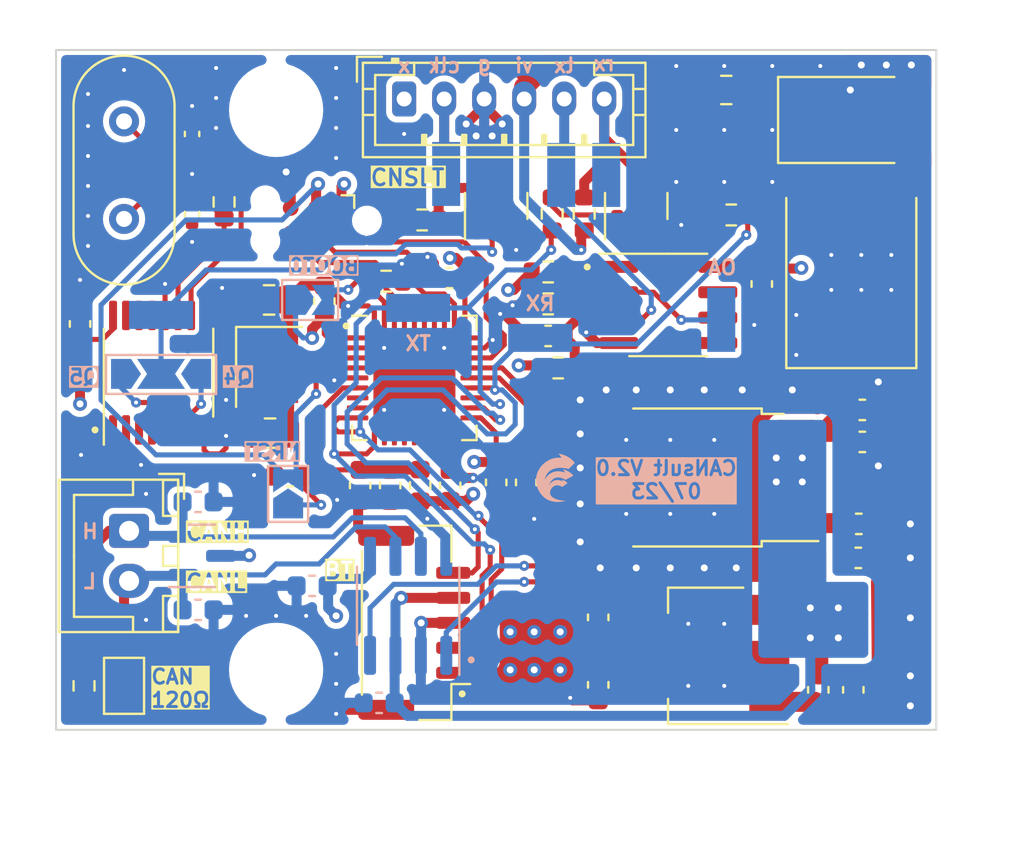
<source format=kicad_pcb>
(kicad_pcb (version 20221018) (generator pcbnew)
  (layers (0 "F.Cu" signal) (1 "In1.Cu" power) (2 "In2.Cu" power) (31 "B.Cu" signal) (34 "B.Paste" user) (35 "F.Paste" user) (36 "B.SilkS" user "B.Silkscreen") (37 "F.SilkS" user "F.Silkscreen") (38 "B.Mask" user) (39 "F.Mask" user) (44 "Edge.Cuts" user))
  (net 0 "")
  (net 1 "CNSLT_TX")
  (net 2 "GND")
  (net 3 "+3V3")
  (net 4 "OSC_IN")
  (net 5 "OSC_OUT")
  (net 6 "+5V")
  (net 7 "/mcu/HSE_IN")
  (net 8 "/mcu/HSE_OUT")
  (net 9 "+3V3A")
  (net 10 "/mcu/CANL")
  (net 11 "/mcu/CANH")
  (net 13 "+12V")
  (net 15 "CNSLT_CLK")
  (net 16 "CNSLT_RX")
  (net 17 "SWDIO")
  (net 18 "NRST")
  (net 19 "SWCLK")
  (net 20 "/consult/CLK_Q5")
  (net 21 "CLK_O")
  (net 22 "/consult/CLK_Q4")
  (net 23 "/mcu/BOOT0")
  (net 24 "Net-(JP4-B)")
  (net 25 "Net-(Q1-G)")
  (net 26 "MCU_TX")
  (net 27 "MCU_RX")
  (net 40 "CAN_TX")
  (net 41 "CAN_RX")
  (net 55 "/power/+12 VIN")
  (net 56 "/power/+12 FUSED")
  (net 57 "/mcu/NRST BJ")
  (net 58 "/consult/RX_OO")
  (net 59 "/consult/OA-")
  (net 60 "BT_EN")
  (net 61 "SWO")
  (footprint "Capacitor_SMD:C_0603_1608Metric" (layer "F.Cu") (at 206.1 94.4)
    (fp_text reference "C25" hide)
    (fp_text value "100n/25V")
  )
  (footprint "Package_TO_SOT_SMD:SOT-223-3_TabPin2" (layer "F.Cu") (at 198.5 99.3 180)
    (fp_text reference "U5" hide)
    (fp_text value "LD1117S33TR_SOT223")
  )
  (footprint "Resistor_SMD:R_0603_1608Metric" (layer "F.Cu") (at 190.6 80.1 180)
    (fp_text reference "R2" hide)
    (fp_text value "4K7")
  )
  (footprint "Connector_JST:JST_GH_BM05B-GHS-TBT_1x05-1MP_P1.25mm_Vertical" (layer "F.Cu") (at 183.9 97.65 90)
    (fp_text reference "J4" hide)
    (fp_text value "BT")
  )
  (footprint "Capacitor_SMD:C_0603_1608Metric" (layer "F.Cu") (at 181.2 90.775 -90)
    (fp_text reference "C15" hide)
    (fp_text value "10n")
  )
  (footprint "Package_TO_SOT_SMD:SOT-23" (layer "F.Cu") (at 188 76.8 90)
    (fp_text reference "Q2" hide)
    (fp_text value "2N7002")
  )
  (footprint "Capacitor_SMD:C_0603_1608Metric" (layer "F.Cu") (at 206.125 92.7)
    (fp_text reference "C23" hide)
    (fp_text value "1u/25V")
  )
  (footprint "Resistor_SMD:R_0603_1608Metric" (layer "F.Cu") (at 192.4 77.2 -90)
    (fp_text reference "R5" hide)
    (fp_text value "1K")
  )
  (footprint "Fuse:Fuse_0805_2012Metric" (layer "F.Cu") (at 199.5 71 180)
    (fp_text reference "F1" hide)
    (fp_text value "0805-FF PW 0A5")
  )
  (footprint "Capacitor_SMD:C_0603_1608Metric" (layer "F.Cu") (at 206.3 88.6)
    (fp_text reference "C27" hide)
    (fp_text value "1u")
  )
  (footprint "Capacitor_SMD:C_0402_1005Metric" (layer "F.Cu") (at 172.8 73.2 90)
    (fp_text reference "C4" hide)
    (fp_text value "30p")
  )
  (footprint "Capacitor_SMD:C_0603_1608Metric" (layer "F.Cu") (at 188 90.625 -90)
    (fp_text reference "C13" hide)
    (fp_text value "100n")
  )
  (footprint "Resistor_SMD:R_0603_1608Metric" (layer "F.Cu") (at 182.5 80.5625)
    (fp_text reference "R9" hide)
    (fp_text value "10K")
  )
  (footprint "Inductor_SMD:L_0603_1608Metric" (layer "F.Cu") (at 184.2 90.775 -90)
    (fp_text reference "FB1" hide)
    (fp_text value " 120R BLM18PG121SN1D")
  )
  (footprint "Capacitor_SMD:C_0603_1608Metric" (layer "F.Cu") (at 167.2 82.7 90)
    (fp_text reference "C5" hide)
    (fp_text value "100n")
  )
  (footprint "Resistor_SMD:R_0603_1608Metric" (layer "F.Cu") (at 191.1 84.9 180)
    (fp_text reference "R1" hide)
    (fp_text value "6K8")
  )
  (footprint "Resistor_SMD:R_0603_1608Metric" (layer "F.Cu") (at 174.4 76.6 90)
    (fp_text reference "R8" hide)
    (fp_text value "10M")
  )
  (footprint "Resistor_SMD:R_0603_1608Metric" (layer "F.Cu") (at 184.3 77.5 180)
    (fp_text reference "R7" hide)
    (fp_text value "1K")
  )
  (footprint "Capacitor_SMD:C_0603_1608Metric" (layer "F.Cu") (at 189.5 90.625 -90)
    (fp_text reference "C9" hide)
    (fp_text value "10u")
  )
  (footprint "Capacitor_SMD:C_0603_1608Metric" (layer "F.Cu") (at 201.275 80.705 -90)
    (fp_text reference "C2" hide)
    (fp_text value "100n")
  )
  (footprint "Capacitor_SMD:C_0402_1005Metric" (layer "F.Cu") (at 172.8 77.2 -90)
    (fp_text reference "C3" hide)
    (fp_text value "30p")
  )
  (footprint "Capacitor_SMD:C_0805_2012Metric" (layer "F.Cu") (at 176.7 88.1625)
    (fp_text reference "C12" hide)
    (fp_text value "8p")
  )
  (footprint "Diode_SMD:D_SMC" (layer "F.Cu") (at 205.75 80 90)
    (fp_text reference "D3" hide)
    (fp_text value "ES3D-E3/57T, 3A 200V")
  )
  (footprint "Capacitor_SMD:C_0603_1608Metric" (layer "F.Cu") (at 205.85 101 -90)
    (fp_text reference "C21" hide)
    (fp_text value "100n")
  )
  (footprint "Resistor_SMD:R_0603_1608Metric" (layer "F.Cu") (at 199.75 77.25)
    (fp_text reference "R6" hide)
    (fp_text value "4K7")
  )
  (footprint "Diode_SMD:D_SMB" (layer "F.Cu") (at 205.75 72.5)
    (fp_text reference "D2" hide)
    (fp_text value "SM6T36CAY DO-214AA")
  )
  (footprint "MountingHole:MountingHole_4mm" (layer "F.Cu") (at 177 100)
    (fp_text reference "H1" hide)
    (fp_text value "MountingHole")
  )
  (footprint "Capacitor_SMD:C_0603_1608Metric" (layer "F.Cu") (at 179.4125 81.5625 90)
    (fp_text reference "C11" hide)
    (fp_text value "100n")
  )
  (footprint "Capacitor_SMD:C_0603_1608Metric" (layer "F.Cu") (at 185.6625 80.4 180)
    (fp_text reference "C14" hide)
    (fp_text value "100n")
  )
  (footprint "MountingHole:MountingHole_4mm" (layer "F.Cu") (at 177 72)
    (fp_text reference "H2" hide)
    (fp_text value "MountingHole")
  )
  (footprint "Connector:Tag-Connect_TC2030-IDC-NL_2x03_P1.27mm_Vertical" (layer "F.Cu") (at 179 77.535 180)
    (fp_text reference "J2" hide)
    (fp_text value "DEBUG")
  )
  (footprint "Jumper:SolderJumper-2_P1.3mm_Open_TrianglePad1.0x1.5mm" (layer "F.Cu") (at 169.4 100.8 -90)
    (fp_text reference "JP4" hide)
    (fp_text value "SolderJumper_2_Open")
  )
  (footprint "Package_DFN_QFN:QFN-36-1EP_6x6mm_P0.5mm_EP4.1x4.1mm" (layer "F.Cu") (at 183.9125 85.4)
    (fp_text reference "U4" hide)
    (fp_text value "STM32F103T6U6A")
  )
  (footprint "Capacitor_SMD:C_0603_1608Metric" (layer "F.Cu") (at 193.1 100.75 -90)
    (fp_text reference "C24" hide)
    (fp_text value "1u")
  )
  (footprint "Package_SO:SOIC-8_3.9x4.9mm_P1.27mm" (layer "F.Cu") (at 196.6 81.75)
    (fp_text reference "U1" hide)
    (fp_text value "LM358")
  )
  (footprint "Capacitor_SMD:C_0603_1608Metric" (layer "F.Cu") (at 193.1 97.375 90)
    (fp_text reference "C26" hide)
    (fp_text value "100n")
  )
  (footprint "Crystal:Crystal_HC49-4H_Vertical" (layer "F.Cu") (at 169.4 77.45 90)
    (fp_text reference "Y1" hide)
    (fp_text value "4.9152 MHz")
  )
  (footprint "Package_TO_SOT_SMD:TO-252-2" (layer "F.Cu") (at 197.96 90.38 180)
    (fp_text reference "U6" hide)
    (fp_text value "LM78M05_TO252")
  )
  (footprint "Resistor_SMD:R_0603_1608Metric" (layer "F.Cu") (at 190.6 81.7)
    (fp_text reference "R3" hide)
    (fp_text value "4K7")
  )
  (footprint "Crystal:Crystal_SMD_3225-4Pin_3.2x2.5mm" (layer "F.Cu") (at 176.65 84.85 -90)
    (fp_text reference "Y2" hide)
    (fp_text value "16MHz 9pF")
  )
  (footprint "Connector_JST:JST_XH_B2B-XH-A_1x02_P2.50mm_Vertical" (layer "F.Cu") (at 169.65 93.05 -90)
    (fp_text reference "J3" hide)
    (fp_text value "Conn_01x02_Pin")
  )
  (footprint "Capacitor_SMD:C_0603_1608Metric" (layer "F.Cu") (at 204.1 101 -90)
    (fp_text reference "C20" hide)
    (fp_text value "1u")
  )
  (footprint "Resistor_SMD:R_0603_1608Metric" (layer "F.Cu") (at 167.4 100.8 -90)
    (fp_text reference "R10" hide)
    (fp_text value "120")
  )
  (footprint "Capacitor_SMD:C_0603_1608Metric" (layer "F.Cu") (at 177.7 90.3125)
    (fp_text reference "C10" hide)
    (fp_text value "100n")
  )
  (footprint "Capacitor_SMD:C_0805_2012Metric" (layer "F.Cu") (at 176.65 81.5 180)
    (fp_text reference "C7" hide)
    (fp_text value "8p")
  )
  (footprint "Capacitor_SMD:C_0603_1608Metric" (layer "F.Cu") (at 190.6 83.3 180)
    (fp_text reference "C1" hide)
    (fp_text value "1n")
  )
  (footprint "Capacitor_SMD:C_0603_1608Metric" (layer "F.Cu") (at 206.3 87)
    (fp_text reference "C28" hide)
    (fp_text value "100n")
  )
  (footprint "Connector_JST:JST_PH_B6B-PH-K_1x06_P2.00mm_Vertical" (layer "F.Cu") (at 183.4 71.45)
    (fp_text reference "J1" hide)
    (fp_text value "X2016WV-06K-N0SN")
  )
  (footprint "Resistor_SMD:R_0603_1608Metric" (layer "F.Cu") (at 190.8 77.2 90)
    (fp_text reference "R4" hide)
    (fp_text value "4K7")
  )
  (footprint "Capacitor_SMD:C_0603_1608Metric" (layer "F.Cu") (at 182.7 90.775 -90)
    (fp_text reference "C17" hide)
    (fp_text value "1u")
  )
  (footprint "Package_TO_SOT_SMD:SOT-23" (layer "F.Cu") (at 195 76.8 90)
    (fp_text reference "Q1" hide)
    (fp_text value "2N7002")
  )
  (footprint "Package_SO:TSSOP-16_4.4x5mm_P0.65mm" (layer "F.Cu") (at 171.125 85.1375 90)
    (fp_text reference "U2" hide)
    (fp_text value "MC74HC4060ADTR2G")
  )
  (footprint "Capacitor_SMD:C_0603_1608Metric" (layer "F.Cu") (at 185.7 90.775 90)
    (fp_text reference "C19" hide)
    (fp_text value "1u")
  )
  (footprint "footprints:KEYSTONE_5015" (layer "B.Cu") (at 199.25 82.5 -90)
    (fp_text reference "TP3" hide)
    (fp_text value "TestPoint_Probe")
  )
  (footprint "footprints:KEYSTONE_5015" (layer "B.Cu") (at 185.5 75.2 -90)
    (fp_text reference "TP7" hide)
    (fp_text value "TestPoint_Probe")
  )
  (footprint "Package_TO_SOT_SMD:SOT-23" (layer "B.Cu") (at 173.3 94.3)
    (fp_text reference "D1" hide)
    (fp_text value "ESDCAN24-2BLY")
  )
  (footprint "Capacitor_SMD:C_0603_1608Metric" (layer "B.Cu") (at 173.1 97 180)
    (fp_text reference "C16" hide)
    (fp_text value "47p")
  )
  (footprint "footprints:KEYSTONE_5015" (layer "B.Cu") (at 191.25 75.25 -90)
    (fp_text reference "TP2" hide)
    (fp_text value "TestPoint_Probe")
  )
  (footprint "Capacitor_SMD:C_0603_1608Metric" (layer "B.Cu") (at 182.15 101.65 180)
    (fp_text reference "C8" hide)
    (fp_text value "100n")
  )
  (footprint "Capacitor_SMD:C_0603_1608Metric" (layer "B.Cu") (at 178.8 95.8 180)
    (fp_text reference "C6" hide)
    (fp_text value "100n")
  )
  (footprint "Capacitor_SMD:C_0603_1608Metric" (layer "B.Cu") (at 173.1 91.6)
    (fp_text reference "C18" hide)
    (fp_text value "47p")
  )
  (footprint "Jumper:SolderJumper-3_P2.0mm_Open_TrianglePad1.0x1.5mm_NumberLabels" (layer "B.Cu") (at 171.25 85.2)
    (fp_text reference "JP1" hide)
    (fp_text value "SolderJumper_3_Open")
  )
  (footprint "footprints:KEYSTONE_5015" (layer "B.Cu") (at 184.1 81.9)
    (fp_text reference "TP1" hide)
    (fp_text value "TestPoint_Probe")
  )
  (footprint "footprints:KEYSTONE_5015" (layer "B.Cu") (at 190.2 83.4 180)
    (fp_text reference "TP5" hide)
    (fp_text value "TestPoint_Probe")
  )
  (footprint "Jumper:SolderJumper-2_P1.3mm_Open_TrianglePad1.0x1.5mm" (layer "B.Cu") (at 177.6 91.2 90)
    (fp_text reference "JP3" hide)
    (fp_text value "SolderJumper_2_Open")
  )
  (footprint "footprints:KEYSTONE_5015" (layer "B.Cu") (at 193.5 75.25 -90)
    (fp_text reference "TP4" hide)
    (fp_text value "TestPoint_Probe")
  )
  (footprint "footprints:KEYSTONE_5015" (layer "B.Cu") (at 171.25 82.25 180)
    (fp_text reference "TP6" hide)
    (fp_text value "TestPoint_Probe")
  )
  (footprint "Package_SO:SOIC-8_3.9x4.9mm_P1.27mm" (layer "B.Cu") (at 183.6 96.8 90)
    (fp_text reference "U3" hide)
    (fp_text value "MCP2562-E-SN")
  )
  (footprint "Jumper:SolderJumper-2_P1.3mm_Open_TrianglePad1.0x1.5mm" (layer "B.Cu") (at 178.7 81.5)
    (fp_text reference "JP2" hide)
    (fp_text value "SolderJumper_2_Open")
  )
  (gr_poly (pts (xy 191.135036 89.187399) (xy 191.200328 89.200917) (xy 191.245527 89.212234) (xy 191.297507 89.227086) (xy 191.355077 89.245845) (xy 191.417047 89.268882) (xy 191.482226 89.29657) (xy 191.549423 89.329282) (xy 191.583407 89.347637) (xy 191.617448 89.367388) (xy 191.651399 89.38858) (xy 191.685111 89.411261) (xy 191.718434 89.435477) (xy 191.75122 89.461273) (xy 191.78332 89.488698) (xy 191.814585 89.517797) (xy 191.844867 89.548617) (xy 191.874016 89.581204) (xy 191.901883 89.615605) (xy 191.928321 89.651867) (xy 191.622727 89.95746) (xy 191.578777 89.945215) (xy 191.52789 89.933224) (xy 191.461329 89.92027) (xy 191.381795 89.908561) (xy 191.291987 89.90031) (xy 191.194606 89.897727) (xy 191.14392 89.899252) (xy 191.092353 89.903022) (xy 191.040244 89.909315) (xy 190.987928 89.918407) (xy 190.935745 89.930573) (xy 190.884032 89.946091) (xy 190.833126 89.965237) (xy 190.783364 89.988287) (xy 190.735085 90.015517) (xy 190.688626 90.047204) (xy 190.644324 90.083623) (xy 190.602518 90.125053) (xy 190.563543 90.171767) (xy 190.527739 90.224044) (xy 190.495442 90.28216) (xy 190.466991 90.34639) (xy 190.442722 90.417011) (xy 190.422974 90.4943) (xy 190.436524 90.467875) (xy 190.453844 90.438184) (xy 190.478537 90.400476) (xy 190.510856 90.356978) (xy 190.551059 90.309916) (xy 190.574197 90.285744) (xy 190.599401 90.261517) (xy 190.626704 90.237511) (xy 190.656138 90.214007) (xy 190.687735 90.191281) (xy 190.721526 90.169613) (xy 190.757543 90.149281) (xy 190.79582 90.130562) (xy 190.836386 90.113736) (xy 190.879276 90.099081) (xy 190.92452 90.086874) (xy 190.97215 90.077395) (xy 191.022199 90.070921) (xy 191.074698 90.067732) (xy 191.129679 90.068105) (xy 191.187175 90.072318) (xy 191.247218 90.08065) (xy 191.309839 90.093379) (xy 191.37507 90.110785) (xy 191.442943 90.133144) (xy 191.432395 90.114896) (xy 191.420402 90.094997) (xy 191.404992 90.070503) (xy 191.396253 90.05714) (xy 191.386958 90.043356) (xy 191.377206 90.029393) (xy 191.367096 90.015495) (xy 191.356729 90.001904) (xy 191.346202 89.988862) (xy 191.335617 89.976612) (xy 191.325071 89.965398) (xy 191.341031 89.969375) (xy 191.38454 89.981934) (xy 191.414576 89.991727) (xy 191.44904 90.004019) (xy 191.487112 90.018927) (xy 191.527973 90.036571) (xy 191.570803 90.057067) (xy 191.614782 90.080533) (xy 191.65909 90.107087) (xy 191.681112 90.121559) (xy 191.702908 90.136848) (xy 191.724377 90.152967) (xy 191.745416 90.169932) (xy 191.765923 90.187757) (xy 191.785795 90.206458) (xy 191.804929 90.226048) (xy 191.823224 90.246543) (xy 191.840576 90.267958) (xy 191.856883 90.290306) (xy 191.466755 90.498268) (xy 191.424362 90.473682) (xy 191.377922 90.449768) (xy 191.327998 90.427624) (xy 191.275152 90.408345) (xy 191.219944 90.39303) (xy 191.19163 90.387202) (xy 191.162937 90.382776) (xy 191.133934 90.379889) (xy 191.104692 90.378678) (xy 191.07528 90.379281) (xy 191.04577 90.381835) (xy 191.016231 90.386477) (xy 190.986734 90.393344) (xy 190.957349 90.402573) (xy 190.928145 90.414301) (xy 190.899193 90.428665) (xy 190.870564 90.445803) (xy 190.842327 90.465852) (xy 190.814553 90.488948) (xy 190.787312 90.515229) (xy 190.760674 90.544833) (xy 190.73471 90.577895) (xy 190.709489 90.614554) (xy 190.685081 90.654946) (xy 190.661558 90.699208) (xy 190.638988 90.747478) (xy 190.617443 90.799893) (xy 190.627776 90.780569) (xy 190.640805 90.758951) (xy 190.659177 90.731619) (xy 190.682967 90.700263) (xy 190.712251 90.666576) (xy 190.728977 90.649387) (xy 190.747105 90.63225) (xy 190.766644 90.615375) (xy 190.787603 90.598975) (xy 190.809993 90.583262) (xy 190.833822 90.568445) (xy 190.859101 90.554738) (xy 190.885837 90.542351) (xy 190.914042 90.531496) (xy 190.943724 90.522384) (xy 190.974893 90.515227) (xy 191.007559 90.510237) (xy 191.04173 90.507624) (xy 191.077416 90.5076) (xy 191.114627 90.510377) (xy 191.153371 90.516167) (xy 191.19366 90.525179) (xy 191.235501 90.537627) (xy 191.278905 90.553722) (xy 191.32388 90.573675) (xy 191.321772 90.568049) (xy 191.319492 90.562501) (xy 191.317043 90.557035) (xy 191.314428 90.551655) (xy 191.311649 90.546364) (xy 191.308708 90.541166) (xy 191.305609 90.536065) (xy 191.302353 90.531063) (xy 191.298943 90.526166) (xy 191.295382 90.521376) (xy 191.291671 90.516697) (xy 191.287813 90.512132) (xy 191.283811 90.507686) (xy 191.279667 90.503362) (xy 191.275384 90.499163) (xy 191.270964 90.495093) (xy 191.279628 90.49651) (xy 191.303315 90.501468) (xy 191.319713 90.505606) (xy 191.338571 90.511027) (xy 191.359457 90.517864) (xy 191.38194 90.526248) (xy 191.405587 90.536313) (xy 191.429966 90.548191) (xy 191.442295 90.554851) (xy 191.454645 90.562015) (xy 191.466962 90.569697) (xy 191.479193 90.577916) (xy 191.491282 90.586688) (xy 191.503177 90.596029) (xy 191.514823 90.605955) (xy 191.526166 90.616484) (xy 191.537152 90.627632) (xy 191.547727 90.639416) (xy 191.557838 90.651852) (xy 191.567429 90.664956) (xy 191.301258 90.854398) (xy 191.275986 90.83796) (xy 191.249393 90.822981) (xy 191.22165 90.809618) (xy 191.192924 90.798029) (xy 191.163384 90.78837) (xy 191.133199 90.780798) (xy 191.102537 90.775469) (xy 191.071567 90.772542) (xy 191.056019 90.772028) (xy 191.040458 90.772173) (xy 191.024903 90.772997) (xy 191.009377 90.774519) (xy 190.9939 90.776759) (xy 190.978494 90.779737) (xy 190.96318 90.783471) (xy 190.947978 90.787983) (xy 190.932909 90.793291) (xy 190.917996 90.799416) (xy 190.903258 90.806376) (xy 190.888718 90.814191) (xy 190.874395 90.822881) (xy 190.860312 90.832466) (xy 190.846488 90.842965) (xy 190.832946 90.854398) (xy 190.806736 90.8797) (xy 190.782007 90.90775) (xy 190.77035 90.922698) (xy 190.759246 90.938202) (xy 190.748756 90.954221) (xy 190.73894 90.970711) (xy 190.72986 90.987628) (xy 190.721575 91.004929) (xy 190.714147 91.022572) (xy 190.707637 91.040512) (xy 190.702106 91.058706) (xy 190.697613 91.077112) (xy 190.694221 91.095686) (xy 190.691989 91.114384) (xy 190.690979 91.133163) (xy 190.691252 91.151981) (xy 190.692867 91.170794) (xy 190.695887 91.189558) (xy 190.700372 91.208231) (xy 190.706382 91.226768) (xy 190.713979 91.245128) (xy 190.723222 91.263266) (xy 190.734174 91.281139) (xy 190.746895 91.298704) (xy 190.761446 91.315918) (xy 190.777886 91.332738) (xy 190.796278 91.34912) (xy 190.816682 91.36502) (xy 190.839159 91.380397) (xy 190.86377 91.395206) (xy 190.915819 91.422395) (xy 190.968782 91.44608) (xy 191.02207 91.466502) (xy 191.075094 91.483903) (xy 191.127263 91.498525) (xy 191.177988 91.510608) (xy 191.22668 91.520395) (xy 191.27275 91.528126) (xy 191.354662 91.538388) (xy 191.419011 91.543327) (xy 191.476148 91.54496) (xy 191.435003 91.557292) (xy 191.386754 91.569362) (xy 191.32288 91.582395) (xy 191.245503 91.594161) (xy 191.156744 91.602431) (xy 191.058724 91.604975) (xy 191.006903 91.603403) (xy 190.953563 91.599563) (xy 190.898967 91.593177) (xy 190.843382 91.583966) (xy 190.787072 91.571652) (xy 190.730302 91.555954) (xy 190.673338 91.536596) (xy 190.616444 91.513297) (xy 190.559886 91.48578) (xy 190.503928 91.453766) (xy 190.448837 91.416975) (xy 190.394876 91.37513) (xy 190.342312 91.327951) (xy 190.291408 91.27516) (xy 190.242431 91.216478) (xy 190.195645 91.151626) (xy 190.151315 91.080327) (xy 190.109707 91.0023) (xy 190.073143 90.920906) (xy 190.04361 90.839806) (xy 190.020873 90.759174) (xy 190.004693 90.679181) (xy 189.994837 90.6) (xy 189.991066 90.521804) (xy 189.993145 90.444765) (xy 190.000838 90.369057) (xy 190.013907 90.294851) (xy 190.032117 90.22232) (xy 190.055231 90.151637) (xy 190.083014 90.082974) (xy 190.115228 90.016505) (xy 190.151637 89.952401) (xy 190.192005 89.890836) (xy 190.236096 89.831982) (xy 190.283673 89.776011) (xy 190.334499 89.723096) (xy 190.38834 89.67341) (xy 190.444957 89.627125) (xy 190.504115 89.584415) (xy 190.565578 89.545451) (xy 190.629109 89.510406) (xy 190.694472 89.479453) (xy 190.76143 89.452765) (xy 190.829747 89.430514) (xy 190.899187 89.412872) (xy 190.969514 89.400013) (xy 191.04049 89.392108) (xy 191.11188 89.389331) (xy 191.183448 89.391855) (xy 191.254956 89.399851) (xy 191.248576 89.384759) (xy 191.241828 89.369847) (xy 191.234717 89.355122) (xy 191.227248 89.34059) (xy 191.219424 89.326257) (xy 191.211249 89.312129) (xy 191.202728 89.298214) (xy 191.193865 89.284516) (xy 191.184664 89.271044) (xy 191.17513 89.257802) (xy 191.165267 89.244797) (xy 191.155078 89.232036) (xy 191.144568 89.219525) (xy 191.133742 89.20727) (xy 191.122603 89.195278) (xy 191.111155 89.183554)) (fill solid) (layer "B.SilkS"))
  (gr_circle (center 186.75 99.5) (end 186.65 99.5) (stroke (width 0.15)) (fill solid) (layer "B.SilkS"))
  (gr_circle (center 180.5 82.8) (end 180.6 82.8) (stroke (width 0.15)) (fill solid) (layer "F.SilkS"))
  (gr_circle (center 192.55 79.85) (end 192.65 79.85) (stroke (width 0.15)) (fill solid) (layer "F.SilkS"))
  (gr_circle (center 167.95 88) (end 168.05 88) (stroke (width 0.15)) (fill solid) (layer "F.SilkS"))
  (gr_circle (center 186.3 101.2) (end 186.4 101.2) (stroke (width 0.15)) (fill solid) (layer "F.SilkS"))
  (gr_rect (start 166 69) (end 210 103) (stroke (width 0.1)) (fill none) (layer "Edge.Cuts"))
  (gr_text "g" (at 187.4 70.1) (layer "B.SilkS") (effects (font (size 0.722 0.722)) (justify bottom mirror)))
  (gr_text "RX" (at 190.2 82.1) (layer "B.SilkS") (effects (font (size 0.722 0.722)) (justify bottom mirror)))
  (gr_text "Q5" (at 167.39 85.77) (layer "B.SilkS" knockout) (effects (font (size 0.722 0.722)) (justify bottom mirror)))
  (gr_text "NRST" (at 176.86 89.53) (layer "B.SilkS" knockout) (effects (font (size 0.722 0.722)) (justify bottom mirror)))
  (gr_text "rx" (at 193.4 70.1) (layer "B.SilkS") (effects (font (size 0.722 0.722)) (justify bottom mirror)))
  (gr_text "BOOT0" (at 179.4 80.23) (layer "B.SilkS" knockout) (effects (font (size 0.722 0.722)) (justify bottom mirror)))
  (gr_text "TX" (at 184.1 84.1) (layer "B.SilkS") (effects (font (size 0.722 0.722)) (justify bottom mirror)))
  (gr_text "OA" (at 199.3 80.3) (layer "B.SilkS") (effects (font (size 0.722 0.722)) (justify bottom mirror)))
  (gr_text "Q4" (at 175.11 85.77) (layer "B.SilkS" knockout) (effects (font (size 0.722 0.722)) (justify bottom mirror)))
  (gr_text "H" (at 167.7 93.5) (layer "B.SilkS") (effects (font (size 0.722 0.722)) (justify bottom mirror)))
  (gr_text "L" (at 167.7 96) (layer "B.SilkS") (effects (font (size 0.722 0.722)) (justify bottom mirror)))
  (gr_text "CANsult V2.0\n07/23" (at 196.5 91.5) (layer "B.SilkS" knockout) (effects (font (size 0.722 0.722)) (justify bottom mirror)))
  (gr_text "x" (at 183.4 70.2) (layer "B.SilkS") (effects (font (size 0.722 0.722)) (justify bottom mirror)))
  (gr_text "vi" (at 189.4 70.2) (layer "B.SilkS") (effects (font (size 0.722 0.722)) (justify bottom mirror)))
  (gr_text "tx" (at 191.4 70.2) (layer "B.SilkS") (effects (font (size 0.722 0.722)) (justify bottom mirror)))
  (gr_text "clk" (at 185.4 70.2) (layer "B.SilkS") (effects (font (size 0.722 0.722)) (justify bottom mirror)))
  (gr_text "CANH" (at 172.4 93.6) (layer "F.SilkS" knockout) (effects (font (size 0.8 0.8)) (justify left bottom)))
  (gr_text "CANL" (at 172.4 96.1) (layer "F.SilkS" knockout) (effects (font (size 0.8 0.8)) (justify left bottom)))
  (gr_text "CAN\n120Ω" (at 170.68 101.93) (layer "F.SilkS" knockout) (effects (font (size 0.722 0.722)) (justify left bottom)))
  (gr_text "BT" (at 180.13 95.51) (layer "F.SilkS" knockout) (effects (font (size 0.8 0.8)) (justify bottom)))
  (gr_text "CNSLT" (at 183.57 75.85) (layer "F.SilkS" knockout) (effects (font (size 0.8 0.8)) (justify bottom)))
  (segment (start 191.375 83.3) (end 191.375 83.125) (width 0.5) (layer "F.Cu") (net 1))
  (segment (start 195.75 82) (end 195.365 82.385) (width 0.254) (layer "F.Cu") (net 1))
  (segment (start 192.134239 82.385) (end 194.125 82.385) (width 0.5) (layer "F.Cu") (net 1))
  (segment (start 191.925 83.85) (end 191.375 83.3) (width 0.5) (layer "F.Cu") (net 1))
  (segment (start 191.925 84.9) (end 191.925 83.85) (width 0.5) (layer "F.Cu") (net 1))
  (segment (start 195.365 82.385) (end 194.125 82.385) (width 0.254) (layer "F.Cu") (net 1))
  (segment (start 191.894239 82.625) (end 192.134239 82.385) (width 0.5) (layer "F.Cu") (net 1))
  (segment (start 191.375 83.125) (end 191.875 82.625) (width 0.5) (layer "F.Cu") (net 1))
  (segment (start 191.875 82.625) (end 191.894239 82.625) (width 0.5) (layer "F.Cu") (net 1))
  (via (at 195.75 82) (size 0.5) (drill 0.2) (layers "F.Cu" "B.Cu") (net 1))
  (segment (start 195.75 81.25) (end 191.25 76.75) (width 0.254) (layer "B.Cu") (net 1))
  (segment (start 191.4 75.1) (end 191.25 75.25) (width 0.5) (layer "B.Cu") (net 1))
  (segment (start 191.25 76.75) (end 191.25 75.25) (width 0.254) (layer "B.Cu") (net 1))
  (segment (start 191.4 71.45) (end 191.4 75.1) (width 0.5) (layer "B.Cu") (net 1))
  (segment (start 195.75 82) (end 195.75 81.25) (width 0.254) (layer "B.Cu") (net 1))
  (segment (start 181.6 81.8) (end 181.9125 82.1125) (width 0.254) (layer "F.Cu") (net 2))
  (segment (start 174.5 86.5) (end 175.05 85.95) (width 0.5) (layer "F.Cu") (net 2))
  (segment (start 175.9525 90.3125) (end 176.925 90.3125) (width 0.5) (layer "F.Cu") (net 2))
  (segment (start 187.4 71.8) (end 186.5 72.7) (width 0.5) (layer "F.Cu") (net 2))
  (segment (start 181.075 85.4) (end 180.029316 85.4) (width 0.254) (layer "F.Cu") (net 2))
  (segment (start 187.429296 83.9) (end 186.75 83.9) (width 0.254) (layer "F.Cu") (net 2))
  (segment (start 181.1 92.9) (end 181.1 91.65) (width 0.5) (layer "F.Cu") (net 2))
  (segment (start 200.9 82.75) (end 200.9 81.855) (width 0.5) (layer "F.Cu") (net 2))
  (segment (start 180.029316 85.4) (end 179.908819 85.520497) (width 0.254) (layer "F.Cu") (net 2))
  (segment (start 187.4 71.45) (end 187.4 72.9) (width 0.5) (layer "F.Cu") (net 2))
  (segment (start 208.675 101.775) (end 208.7 101.8) (width 1) (layer "F.Cu") (net 2))
  (segment (start 188.2 82.2) (end 188.4 82.2) (width 0.5) (layer "F.Cu") (net 2))
  (segment (start 189.5 92.05) (end 189.5 91.4) (width 0.5) (layer "F.Cu") (net 2))
  (segment (start 174.5 88.9) (end 174.2 89.2) (width 0.254) (layer "F.Cu") (net 2))
  (segment (start 193.0315 83.655) (end 194.125 83.655) (width 0.5) (layer "F.Cu") (net 2))
  (segment (start 181.2 91.55) (end 182.7 91.55) (width 0.5) (layer "F.Cu") (net 2))
  (segment (start 188.819785 81.768699) (end 189.706301 81.768699) (width 0.5) (layer "F.Cu") (net 2))
  (segment (start 174.2 89.2) (end 173.6 89.2) (width 0.254) (layer "F.Cu") (net 2))
  (segment (start 189.706301 81.768699) (end 189.775 81.7) (width 0.5) (layer "F.Cu") (net 2))
  (segment (start 195.95 77.7375) (end 195.95 78.65) (width 0.5) (layer "F.Cu") (net 2))
  (segment (start 203.925 101.6) (end 204.1 101.775) (width 1) (layer "F.Cu") (net 2))
  (segment (start 182.5 93.3) (end 181.5 93.3) (width 0.5) (layer "F.Cu") (net 2))
  (segment (start 200.9 81.855) (end 201.275 81.48) (width 0.5) (layer "F.Cu") (net 2))
  (segment (start 184.25 97.65) (end 185.85 97.65) (width 0.5) (layer "F.Cu") (net 2))
  (segment (start 177.6 83.65) (end 177.5 83.75) (width 0.5) (layer "F.Cu") (net 2))
  (segment (start 178.3125 80.7875) (end 177.6 81.5) (width 0.5) (layer "F.Cu") (net 2))
  (segment (start 206.9 92.7) (end 206.9 94.375) (width 1) (layer "F.Cu") (net 2))
  (segment (start 189 79) (end 189 77.7875) (width 0.5) (layer "F.Cu") (net 2))
  (segment (start 187.4 71.45) (end 187.4 71.8) (width 0.5) (layer "F.Cu") (net 2))
  (segment (start 193.1 95) (end 193.2 94.9) (width 0.5) (layer "F.Cu") (net 2))
  (segment (start 183.325 79.728827) (end 183.325 80.5625) (width 0.5) (layer "F.Cu") (net 2))
  (segment (start 188.4 82.2) (end 189.5 83.3) (width 0.5) (layer "F.Cu") (net 2))
  (segment (start 187.4 72.9) (end 187.8 73.3) (width 0.5) (layer "F.Cu") (net 2))
  (segment (start 191.7 101.4) (end 191.825 101.525) (width 0.5) (layer "F.Cu") (net 2))
  (segment (start 191.825 101.525) (end 193.1 101.525) (width 0.5) (layer "F.Cu") (net 2))
  (segment (start 175.8 88.1125) (end 175.75 88.1625) (width 0.5) (layer "F.Cu") (net 2))
  (segment (start 183.286768 79.690595) (end 183.325 79.728827) (width 0.5) (layer "F.Cu") (net 2))
  (segment (start 175.9 90.26) (end 175.9525 90.3125) (width 0.5) (layer "F.Cu") (net 2))
  (segment (start 193.1 96.6) (end 193.1 95) (width 0.5) (layer "F.Cu") (net 2))
  (segment (start 186.102843 90.402843) (end 185.7 90) (width 0.5) (layer "F.Cu") (net 2))
  (segment (start 189.5 91.4) (end 188 91.4) (width 0.5) (layer "F.Cu") (net 2))
  (segment (start 179.4125 80.7875) (end 178.3125 80.7875) (width 0.5) (layer "F.Cu") (net 2))
  (segment (start 172.8 72.72) (end 172.8 71.8) (width 0.254) (layer "F.Cu") (net 2))
  (segment (start 180.6 81.8) (end 180.425 81.8) (width 0.5) (layer "F.Cu") (net 2))
  (segment (start 181.1 91.65) (end 181.2 91.55) (width 0.5) (layer "F.Cu") (net 2))
  (segment (start 187.4 72.9) (end 187 73.3) (width 0.5) (layer "F.Cu") (net 2))
  (segment (start 205.85 101.775) (end 204.1 101.775) (width 1) (layer "F.Cu") (net 2))
  (segment (start 192.5 83.1235) (end 193.0315 83.655) (width 0.5) (layer "F.Cu") (net 2))
  (segment (start 187.8265 83.502796) (end 187.429296 83.9) (width 0.254) (layer "F.Cu") (net 2))
  (segment (start 208.7 101.8) (end 208.2 101.8) (width 1) (layer "F.Cu") (net 2))
  (segment (start 185.9125 89.7875) (end 185.7 90) (width 0.254) (layer "F.Cu") (net 2))
  (segment (start 186.849812 90.402843) (end 186.102843 90.402843) (width 0.5) (layer "F.Cu") (net 2))
  (segment (start 181.9125 82.1125) (end 181.9125 82.5625) (width 0.254) (layer "F.Cu") (net 2))
  (segment (start 174.5 88.3) (end 174.5 88.9) (width 0.254) (layer "F.Cu") (net 2))
  (segment (start 172.8 77.68) (end 172.8 78.6) (width 0.254) (layer "F.Cu") (net 2))
  (segment (start 171.45 80.7) (end 171.45 82.275) (width 0.254) (layer "F.Cu") (net 2))
  (segment (start 180.1 91.55) (end 181.2 91.55) (width 0.5) (layer "F.Cu") (net 2))
  (segment (start 195.95 78.65) (end 196.2 78.9) (width 0.5) (layer "F.Cu") (net 2))
  (segment (start 196.4 78.9) (end 197.25 78.05) (width 0.5) (layer "F.Cu") (net 2))
  (segment (start 205.85 101.775) (end 208.675 101.775) (width 1) (layer "F.Cu") (net 2))
  (segment (start 187.4 71.8) (end 188.3 72.7) (width 0.5) (layer "F.Cu") (net 2))
  (segment (start 196.2 78.9) (end 196.4 78.9) (width 0.5) (layer "F.Cu") (net 2))
  (segment (start 177.5 75.1) (end 177.73 75.33) (width 0.5) (layer "F.Cu") (net 2))
  (segment (start 206.9 94.375) (end 206.875 94.4) (width 1) (layer "F.Cu") (net 2))
  (segment (start 181.5 93.3) (end 181.1 92.9) (width 0.5) (layer "F.Cu") (net 2))
  (segment (start 177.6 81.5) (end 177.6 83.65) (width 0.5) (layer "F.Cu") (net 2))
  (segment (start 175.05 85.95) (end 175.8 85.95) (width 0.5) (layer "F.Cu") (net 2))
  (segment (start 180.2 102) (end 182.5 102) (width 0.5) (layer "F.Cu") (net 2))
  (segment (start 173.4 89) (end 173.4 88) (width 0.254) (layer "F.Cu") (net 2))
  (segment (start 207.1 85.6) (end 207.1 86.975) (width 0.5) (layer "F.Cu") (net 2))
  (segment (start 177.73 75.33) (end 177.73 76.9) (width 0.5) (layer "F.Cu") (net 2))
  (segment (start 167.2 81.925) (end 167.2 80.5) (width 0.5) (layer "F.Cu") (net 2))
  (segment (start 201.65 101.6) (end 203.925 101.6) (width 1) (layer "F.Cu") (net 2))
  (segment (start 180.05 91.5) (end 180.1 91.55) (width 0.5) (layer "F.Cu") (net 2))
  (segment (start 184.8875 79.670661) (end 184.8875 80.5625) (width 0.5) (layer "F.Cu") (net 2))
  (segment (start 185.9125 88.2375) (end 185.9125 89.7875) (width 0.254) (layer "F.Cu") (net 2))
  (segment (start 180 102.2) (end 180.2 102) (width 0.5) (layer "F.Cu") (net 2))
  (segment (start 175.8 85.95) (end 175.8 88.1125) (width 0.5) (layer "F.Cu") (net 2))
  (segment (start 189 77.7875) (end 188.95 77.7375) (width 0.5) (layer "F.Cu") (net 2))
  (segment (start 180.6 81.8) (end 181.6 81.8) (width 0.254) (layer "F.Cu") (net 2))
  (segment (start 207.1 88.825) (end 207.075 88.8) (width 0.5) (layer "F.Cu") (net 2))
  (segment (start 189.9 92.45) (end 189.5 92.05) (width 0.5) (layer "F.Cu") (net 2))
  (segment (start 180.425 81.8) (end 179.4125 80.7875) (width 0.5) (layer "F.Cu") (net 2))
  (segment (start 189.5 83.3) (end 189.825 83.3) (width 0.5) (layer "F.Cu") (net 2))
  (segment (start 173.6 89.2) (end 173.4 89) (width 0.254) (layer "F.Cu") (net 2))
  (segment (start 207.1 86.975) (end 207.075 87) (width 0.5) (layer "F.Cu") (net 2))
  (segment (start 207.1 89.8) (end 207.1 88.825) (width 0.5) (layer "F.Cu") (net 2))
  (segment (start 184.567947 79.351108) (end 184.8875 79.670661) (width 0.5) (layer "F.Cu") (net 2))
  (segment (start 197.25 78.05) (end 197.25 77.75) (width 0.5) (layer "F.Cu") (net 2))
  (via (at 183.4 73.2) (size 0.5) (drill 0.2) (layers "F.Cu" "B.Cu") (net 2))
  (via (at 170.25 89.75) (size 0.5) (drill 0.2) (layers "F.Cu" "B.Cu") (net 2))
  (via (at 167.6 74.3) (size 0.5) (drill 0.2) (layers "F.Cu" "B.Cu") (net 2))
  (via (at 198.4 94.9) (size 0.7) (drill 0.35) (layers "F.Cu" "B.Cu") (net 2))
  (via (at 195 86) (size 0.7) (drill 0.35) (layers "F.Cu" "B.Cu") (net 2))
  (via (at 199.4 73) (size 0.5) (drill 0.2) (layers "F.Cu" "B.Cu") (net 2))
  (via (at 187.8265 83.502796) (size 0.5) (drill 0.2) (layers "F.Cu" "B.Cu") (net 2))
  (via (at 199.4 97.7) (size 0.5) (drill 0.2) (layers "F.Cu" "B.Cu") (net 2))
  (via (at 180 102.2) (size 0.5) (drill 0.2) (layers "F.Cu" "B.Cu") (net 2))
  (via (at 167.6 77.3) (size 0.5) (drill 0.2) (layers "F.Cu" "B.Cu") (net 2))
  (via (at 198.9 88.5) (size 0.5) (drill 0.2) (layers "F.Cu" "B.Cu") (net 2))
  (via (at 195 94.9) (size 0.7) (drill 0.35) (layers "F.Cu" "B.Cu") (net 2))
  (via (at 207.5 69.75) (size 0.7) (drill 0.35) (layers "F.Cu" "B.Cu") (net 2))
  (via (at 180 71.4) (size 0.5) (drill 0.2) (layers "F.Cu" "B.Cu") (net 2))
  (via (at 170.5 91.2) (size 0.5) (drill 0.2) (layers "F.Cu" "B.Cu") (net 2))
  (via (at 207.75 81) (size 0.5) (drill 0.2) (layers "F.Cu" "B.Cu") (net 2))
  (via (at 207.1 89.8) (size 0.7) (drill 0.35) (layers "F.Cu" "B.Cu") (net 2))
  (via (at 208.7 100.3) (size 0.7) (drill 0.35) (layers "F.Cu" "B.Cu") (net 2))
  (via (at 182.4 83.9) (size 0.5) (drill 0.2) (layers "F.Cu" "B.Cu") (net 2))
  (via (at 208.7 94.4) (size 0.7) (drill 0.35) (layers "F.Cu" "B.Cu") (net 2))
  (via (at 206.25 81) (size 0.5) (drill 0.2) (layers "F.Cu" "B.Cu") (net 2))
  (via (at 175.5 97.3) (size 0.5) (drill 0.2) (layers "F.Cu" "B.Cu") (net 2))
  (via (at 191.7 101.4) (size 0.5) (drill 0.2) (layers "F.Cu" "B.Cu") (net 2))
  (via (at 197.25 77.75) (size 0.5) (drill 0.2) (layers "F.Cu" "B.Cu") (net 2))
  (via (at 196.7 92.2) (size 0.5) (drill 0.2) (layers "F.Cu" "B.Cu") (net 2))
  (via (at 206.25 79.25) (size 0.5) (drill 0.2) (layers "F.Cu" "B.Cu") (net 2))
  (via (at 174 69.9) (size 0.5) (drill 0.2) (layers "F.Cu" "B.Cu") (net 2))
  (via (at 186.5 72.7) (size 0.7) (drill 0.35) (layers "F.Cu" "B.Cu") (net 2))
  (via (at 188.819785 81.768699) (size 0.5) (drill 0.2) (layers "F.Cu" "B.Cu") (net 2))
  (via (at 193.2 94.9) (size 0.7) (drill 0.35) (layers "F.Cu" "B.Cu") (net 2))
  (via (at 197.6 97.696228) (size 0.5) (drill 0.2) (layers "F.Cu" "B.Cu") (net 2))
  (via (at 175.9 90.26) (size 0.5) (drill 0.2) (layers "F.Cu" "B.Cu") (net 2))
  (via (at 201.8 69.8) (size 0.5) (drill 0.2) (layers "F.Cu" "B.Cu") (net 2))
  (via (at 198.4 86) (size 0.7) (drill 0.35) (layers "F.Cu" "B.Cu") (net 2))
  (via (at 167.6 72.8) (size 0.5) (drill 0.2) (layers "F.Cu" "B.Cu") (net 2))
  (via (at 201.8 75.6) (size 0.5) (drill 0.2) (layers "F.Cu" "B.Cu") (net 2))
  (via (at 202.8 86) (size 0.7) (drill 0.35) (layers "F.Cu" "B.Cu") (net 2))
  (via (at 192.2 89.9) (size 0.7) (drill 0.35) (layers "F.Cu" "B.Cu") (net 2))
  (via (at 169.4 70) (size 0.5) (drill 0.2) (layers "F.Cu" "B.Cu") (net 2))
  (via (at 187.8 73.3) (size 0.7) (drill 0.35) (layers "F.Cu" "B.Cu") (net 2))
  (via (at 199.4 100.8) (size 0.5) (drill 0.2) (layers "F.Cu" "B.Cu") (net 2))
  (via (at 197 69.8) (size 0.5) (drill 0.2) (layers "F.Cu" "B.Cu") (net 2))
  (via (at 180 99.2) (size 0.5) (drill 0.2) (layers "F.Cu" "B.Cu") (net 2))
  (via (at 172.8 75.2) (size 0.5) (drill 0.2) (layers "F.Cu" "B.Cu") (net 2))
  (via (at 200 94.9) (size 0.7) (drill 0.35) (layers "F.Cu" "B.Cu") (net 2))
  (via (at 207.75 79.25) (size 0.5) (drill 0.2) (layers "F.Cu" "B.Cu") (net 2))
  (via (at 186.849812 90.402843) (size 0.5) (drill 0.2) (layers "F.Cu" "B.Cu") (net 2))
  (via (at 177 97.3) (size 0.5) (drill 0.2) (layers "F.Cu" "B.Cu") (net 2))
  (via (at 180 100.7) (size 0.5) (drill 0.2) (layers "F.Cu" "B.Cu") (net 2))
  (via (at 208.7 92.7) (size 0.7) (drill 0.35) (layers "F.Cu" "B.Cu") (net 2))
  (via (at 174.3 80.9) (size 0.5) (drill 0.2) (layers "F.Cu" "B.Cu") (net 2))
  (via (at 180 69.9) (size 0.5) (drill 0.2) (layers "F.Cu" "B.Cu") (net 2))
  (via (at 192.2 93.6) (size 0.7) (drill 0.35) (layers "F.Cu" "B.Cu") (net 2))
  (via (at 198.9 92.2) (size 0.5) (drill 0.2) (layers "F.Cu" "B.Cu") (net 2))
  (via (at 171.45 80.7) (size 0.5) (drill 0.2) (layers "F.Cu" "B.Cu") (net 2))
  (via (at 172.8 78.6) (size 0.5) (drill 0.2) (layers "F.Cu" "B.Cu") (net 2))
  (via (at 167.6 71.2) (size 0.5) (drill 0.2) (layers "F.Cu" "B.Cu") (net 2))
  (via (at 197 73) (size 0.5) (drill 0.2) (layers "F.Cu" "B.Cu") (net 2))
  (via (at 208.75 69.75) (size 0.7) (drill 0.35) (layers "F.Cu" "B.Cu") (net 2))
  (via (at 203 82.25) (size 0.5) (drill 0.2) (layers "F.Cu" "B.Cu") (net 2))
  (via (at 192.2 88.2) (size 0.7) (drill 0.35) (layers "F.Cu" "B.Cu") (net 2))
  (via (at 172.8 71.8) (size 0.5) (drill 0.2) (layers "F.Cu" "B.Cu") (net 2))
  (via (at 204.75 81) (size 0.5) (drill 0.2) (layers "F.Cu" "B.Cu") (net 2))
  (via (at 196.7 94.9) (size 0.7) (drill 0.35) (layers "F.Cu" "B.Cu") (net 2))
  (via (at 197.6 100.8) (size 0.5) (drill 0.2) (layers "F.Cu" "B.Cu") (net 2))
  (via (at 204.75 79.25) (size 0.5) (drill 0.2) (layers "F.Cu" "B.Cu") (net 2))
  (via (at 185.4 87) (size 0.5) (drill 0.2) (layers "F.Cu" "B.Cu") (net 2))
  (via (at 194.5 92.2) (size 0.5) (drill 0.2) (layers "F.Cu" "B.Cu") (net 2))
  (via (at 208.7 97.4) (size 0.7) (drill 0.35) (layers "F.Cu" "B.Cu") (net 2))
  (via (at 184.556358 92.44196) (size 0.5) (drill 0.2) (layers "F.Cu" "B.Cu") (net 2))
  (via (at 201.8 73) (size 0.5) (drill 0.2) (layers "F.Cu" "B.Cu") (net 2))
  (via (at 185.4 83.9) (size 0.5) (drill 0.2) (layers "F.Cu" "B.Cu") (net 2))
  (via (at 197 75.6) (size 0.5) (drill 0.2) (layers "F.Cu" "B.Cu") (net 2))
  (via (at 192.5 83.1235) (size 0.5) (drill 0.2) (layers "F.Cu" "B.Cu") (net 2))
  (via (at 180.6 81.8) (size 0.5) (drill 0.2) (layers "F.Cu" "B.Cu") (net 2))
  (via (at 192.2 86.5) (size 0.7) (drill 0.35) (layers "F.Cu" "B.Cu") (net 2))
  (via (at 194.5 88.5) (size 0.5) (drill 0.2) (layers "F.Cu" "B.Cu") (net 2))
  (via (at 196.7 86) (size 0.7) (drill 0.35) (layers "F.Cu" "B.Cu") (net 2))
  (via (at 203 84.25) (size 0.5) (drill 0.2) (layers "F.Cu" "B.Cu") (net 2))
  (via (at 204.2 69.8) (size 0.5) (drill 0.2) (layers "F.Cu" "B.Cu") (net 2))
  (via (at 174.5 86.5) (size 0.5) (drill 0.2) (layers "F.Cu" "B.Cu") (net 2))
  (via (at 200.9 82.75) (size 0.5) (drill 0.2) (layers "F.Cu" "B.Cu") (net 2))
  (via (at 180 72.9) (size 0.5) (drill 0.2) (layers "F.Cu" "B.Cu") (net 2))
  (via (at 184.567947 79.351108) (size 0.5) (drill 0.2) (layers "F.Cu" "B.Cu") (net 2))
  (via (at 188.2 82.2) (size 0.5) (drill 0.2) (layers "F.Cu" "B.Cu") (net 2))
  (via (at 207.1 85.6) (size 0.7) (drill 0.35) (layers "F.Cu" "B.Cu") (net 2))
  (via (at 174.5 88.3) (size 0.5) (drill 0.2) (layers "F.Cu" "B.Cu") (net 2))
  (via (at 167.6 78.8) (size 0.5) (drill 0.2) (layers "F.Cu" "B.Cu") (net 2))
  (via (at 175.65 94.27) (size 0.7) (drill 0.35) (layers "F.Cu" "B.Cu") (net 2))
  (via (at 177.5 75.1) (size 0.7) (drill 0.35) (layers "F.Cu" "B.Cu") (net 2))
  (via (at 200.3 86) (size 0.7) (drill 0.35) (layers "F.Cu" "B.Cu") (net 2))
  (via (at 189.9 92.45) (size 0.5) (drill 0.2) (layers "F.Cu" "B.Cu") (net 2))
  (via (at 180.05 91.5) (size 0.5) (drill 0.2) (layers "F.Cu" "B.Cu") (net 2))
  (via (at 196.7 88.5) (size 0.5) (drill 0.2) (layers "F.Cu" "B.Cu") (net 2))
  (via (at 184.25 97.65) (size 0.7) (drill 0.35) (layers "F.Cu" "B.Cu") (net 2))
  (via (at 170.5 97.5) (size 0.5) (drill 0.2) (layers "F.Cu" "B.Cu") (net 2))
  (via (at 167.25 89.25) (size 0.5) (drill 0.2) (layers "F.Cu" "B.Cu") (net 2))
  (via (at 205.7 71) (size 0.7) (drill 0.35) (layers "F.Cu" "B.Cu") (net 2))
  (via (at 199.4 69.8) (size 0.5) (drill 0.2) (layers "F.Cu" "B.Cu") (net 2))
  (via (at 182.4 87) (size 0.5) (drill 0.2) (layers "F.Cu" "B.Cu") (net 2))
  (via (at 167.6 75.8) (size 0.5) (drill 0.2) (layers "F.Cu" "B.Cu") (net 2))
  (via (at 180 74.4) (size 0.5) (drill 0.2) (layers "F.Cu" "B.Cu") (net 2))
  (via (at 167.2 80.5) (size 0.5) (drill 0.2) (layers "F.Cu" "B.Cu") (net 2))
  (via (at 183.286768 79.690595) (size 0.5) (drill 0.2) (layers "F.Cu" "B.Cu") (net 2))
  (via (at 192.2 91.7) (size 0.7) (drill 0.35) (layers "F.Cu" "B.Cu") (net 2))
  (via (at 206.25 69.75) (size 0.7) (drill 0.35) (layers "F.Cu" "B.Cu") (net 2))
  (via (at 208.7 101.8) (size 0.7) (drill 0.35) (layers "F.Cu" "B.Cu") (net 2))
  (via (at 199.4 75.6) (size 0.5) (drill 0.2) (layers "F.Cu" "B.Cu") (net 2))
  (via (at 179.908819 85.520497) (size 0.5) (drill 0.2) (layers "F.Cu" "B.Cu") (net 2))
  (via (at 187 73.3) (size 0.7) (drill 0.35) (layers "F.Cu" "B.Cu") (net 2))
  (via (at 189 79) (size 0.5) (drill 0.2) (layers "F.Cu" "B.Cu") (net 2))
  (via (at 193.5 86) (size 0.7) (drill 0.35) (layers "F.Cu" "B.Cu") (net 2))
  (via (at 188.3 72.7) (size 0.7) (drill 0.35) (layers "F.Cu" "B.Cu") (net 2))
  (via (at 174 71.4) (size 0.5) (drill 0.2) (layers "F.Cu" "B.Cu") (net 2))
  (via (at 178.5 97.3) (size 0.5) (drill 0.2) (layers "F.Cu" "B.Cu") (net 2))
  (via (at 174 72.9) (size 0.5) (drill 0.2) (layers "F.Cu" "B.Cu") (net 2))
  (segment (start 184.556358 92.44196) (end 185.505 93.390602) (width 0.5) (layer "B.Cu") (net 2))
  (segment (start 180 102.2) (end 180.55 101.65) (width 0.5) (layer "B.Cu") (net 2))
  (segment (start 180.55 101.65) (end 181.375 101.65) (width 0.5) (layer "B.Cu") (net 2))
  (segment (start 184.25 99.26) (end 184.235 99.275) (width 0.5) (layer "B.Cu") (net 2))
  (segment (start 175.65 94.27) (end 175.62 94.3) (width 0.5) (layer "B.Cu") (net 2))
  (segment (start 185.505 93.390602) (end 185.505 94.325) (width 0.5) (layer "B.Cu") (net 2))
  (segment (start 175.62 94.3) (end 174.2375 94.3) (width 0.5) (layer "B.Cu") (net 2))
  (segment (start 184.25 97.65) (end 184.25 99.26) (width 0.5) (layer "B.Cu") (net 2))
  (segment (start 178.8 82.95) (end 179.4125 82.3375) (width 0.5) (layer "F.Cu") (net 3))
  (segment (start 186.850013 91.202343) (end 186.502356 91.55) (width 0.5) (layer "F.Cu") (net 3))
  (segment (start 193.1 99.975) (end 191.225 99.975) (width 1) (layer "F.Cu") (net 3))
  (segment (start 178.8 83.4) (end 178.8 82.95) (width 0.5) (layer "F.Cu") (net 3))
  (segment (start 186.90254 89.605081) (end 187.755081 89.605081) (width 0.5) (layer "F.Cu") (net 3))
  (segment (start 188.875 81) (end 189.775 80.1) (width 0.5) (layer "F.Cu") (net 3))
  (segment (start 180.27 75.83) (end 180.27 76.9) (width 0.5) (layer "F.Cu") (net 3))
  (segment (start 201.65 99.3) (end 195.35 99.3) (width 1) (layer "F.Cu") (net 3))
  (segment (start 168.85 82.275) (end 168.85 82.95) (width 0.254) (layer "F.Cu") (net 3))
  (segment (start 185.983522 79.399524) (end 186.4375 79.853502) (width 0.5) (layer "F.Cu") (net 3))
  (segment (start 194.2 99.3) (end 195.35 99.3) (width 1) (layer "F.Cu") (net 3))
  (segment (start 188 88.165403) (end 188 89.85) (width 0.254) (layer "F.Cu") (net 3))
  (segment (start 187.234597 87.4) (end 188 88.165403) (width 0.254) (layer "F.Cu") (net 3))
  (segment (start 186.502356 91.55) (end 185.7 91.55) (width 0.5) (layer "F.Cu") (net 3))
  (segment (start 190.150616 84.775616) (end 190.275 84.9) (width 0.5) (layer "F.Cu") (net 3))
  (segment (start 191.25 98.15) (end 191.2 98.1) (width 1) (layer "F.Cu") (net 3))
  (segment (start 203.25 79.9) (end 203.22 79.93) (width 0.5) (layer "F.Cu") (net 3))
  (segment (start 193.1 98.15) (end 191.25 98.15) (width 1) (layer "F.Cu") (net 3))
  (segment (start 203.22 79.93) (end 201.275 79.93) (width 0.5) (layer "F.Cu") (net 3))
  (segment (start 168.325 83.475) (end 167.2 83.475) (width 0.254) (layer "F.Cu") (net 3))
  (segment (start 191.225 99.975) (end 191.2 100) (width 1) (layer "F.Cu") (net 3))
  (segment (start 199.075 79.845) (end 201.19 79.845) (width 0.5) (layer "F.Cu") (net 3))
  (segment (start 193.1 98.15) (end 193.1 98.2) (width 1) (layer "F.Cu") (net 3))
  (segment (start 189.5 89.85) (end 188 89.85) (width 0.5) (layer "F.Cu") (net 3))
  (segment (start 186.75 87.4) (end 187.234597 87.4) (width 0.254) (layer "F.Cu") (net 3))
  (segment (start 168.85 82.95) (end 168.325 83.475) (width 0.254) (layer "F.Cu") (net 3))
  (segment (start 186.565664 83.4) (end 186.4375 83.271836) (width 0.254) (layer "F.Cu") (net 3))
  (segment (start 185.6875 91.5625) (end 185.7 91.55) (width 0.5) (layer "F.Cu") (net 3))
  (segment (start 181.075 83.4) (end 179.6 83.4) (width 0.254) (layer "F.Cu") (net 3))
  (segment (start 186.4375 83.271836) (end 186.4375 80.5625) (width 0.254) (layer "F.Cu") (net 3))
  (segment (start 193.1 99.975) (end 193.775 99.3) (width 1) (layer "F.Cu") (net 3))
  (segment (start 188.6 81) (end 188.875 81) (width 0.5) (layer "F.Cu") (net 3))
  (segment (start 189.124384 84.775616) (end 190.150616 84.775616) (width 0.5) (layer "F.Cu") (net 3))
  (segment (start 184.2 91.5625) (end 185.6875 91.5625) (width 0.5) (layer "F.Cu") (net 3))
  (segment (start 167.2 86.7) (end 167.2 83.475) (width 0.5) (layer "F.Cu") (net 3))
  (segment (start 185.687 79.399524) (end 185.983522 79.399524) (width 0.5) (layer "F.Cu") (net 3))
  (segment (start 186.75 83.4) (end 186.565664 83.4) (width 0.254) (layer "F.Cu") (net 3))
  (segment (start 179.6 83.4) (end 179.4125 83.2125) (width 0.254) (layer "F.Cu") (net 3))
  (segment (start 193.1 98.2) (end 194.2 99.3) (width 1) (layer "F.Cu") (net 3))
  (segment (start 179.4125 83.2125) (end 179.4125 82.3375) (width 0.254) (layer "F.Cu") (net 3))
  (segment (start 201.19 79.845) (end 201.275 79.93) (width 0.5) (layer "F.Cu") (net 3))
  (segment (start 187.755081 89.605081) (end 188 89.85) (width 0.5) (layer "F.Cu") (net 3))
  (segment (start 180.4 75.7) (end 180.27 75.83) (width 0.5) (layer "F.Cu") (net 3))
  (segment (start 186.4375 79.853502) (end 186.4375 80.5625) (width 0.5) (layer "F.Cu") (net 3))
  (segment (start 193.775 99.3) (end 195.35 99.3) (width 1) (layer "F.Cu") (net 3))
  (via (at 186.90254 89.605081) (size 0.7) (drill 0.35) (layers "F.Cu" "B.Cu") (net 3))
  (via (at 188.7 100) (size 0.7) (drill 0.35) (layers "F.Cu" "B.Cu") (net 3))
  (via (at 189.124384 84.775616) (size 0.7) (drill 0.35) (layers "F.Cu" "B.Cu") (net 3))
  (via (at 180.4 75.7) (size 0.7) (drill 0.35) (layers "F.Cu" "B.Cu") (net 3))
  (via (at 186.850013 91.202343) (size 0.7) (drill 0.35) (layers "F.Cu" "B.Cu") (net 3))
  (via (at 167.2 86.7) (size 0.7) (drill 0.35) (layers "F.Cu" "B.Cu") (net 3))
  (via (at 188.7 98.1) (size 0.7) (drill 0.35) (layers "F.Cu" "B.Cu") (net 3))
  (via (at 188.6 81) (size 0.7) (drill 0.35) (layers "F.Cu" "B.Cu") (net 3))
  (via (at 191.2 98.1) (size 0.7) (drill 0.35) (layers "F.Cu" "B.Cu") (net 3))
  (via (at 191.2 100) (size 0.7) (drill 0.35) (layers "F.Cu" "B.Cu") (net 3))
  (via (at 178.8 83.4) (size 0.7) (drill 0.35) (layers "F.Cu" "B.Cu") (net 3))
  (via (at 203.25 79.9) (size 0.7) (drill 0.35) (layers "F.Cu" "B.Cu") (net 3))
  (via (at 180 97.3) (size 0.7) (drill 0.35) (layers "F.Cu" "B.Cu") (net 3))
  (via (at 189.9 100) (size 0.7) (drill 0.35) (layers "F.Cu" "B.Cu") (net 3))
  (via (at 185.687 79.399524) (size 0.7) (drill 0.35) (layers "F.Cu" "B.Cu") (net 3))
  (via (at 189.9 98.1) (size 0.7) (drill 0.35) (layers "F.Cu" "B.Cu") (net 3))
  (segment (start 177.975 83.025) (end 178.35 83.4) (width 0.254) (layer "B.Cu") (net 3))
  (segment (start 177.975 81.5) (end 177.975 83.025) (width 0.254) (layer "B.Cu") (net 3))
  (segment (start 181.695 95.105) (end 181.695 94.325) (width 0.5) (layer "B.Cu") (net 3))
  (segment (start 181.35 95.45) (end 181.695 95.105) (width 0.5) (layer "B.Cu") (net 3))
  (segment (start 178.35 83.4) (end 178.8 83.4) (width 0.254) (layer "B.Cu") (net 3))
  (segment (start 179.575 95.8) (end 179.925 95.45) (width 0.5) (layer "B.Cu") (net 3))
  (segment (start 180 97.3) (end 179.6 96.9) (width 0.5) (layer "B.Cu") (net 3))
  (segment (start 179.6 96.9) (end 179.6 95.825) (width 0.5) (layer "B.Cu") (net 3))
  (segment (start 179.6 95.825) (end 179.575 95.8) (width 0.5) (layer "B.Cu") (net 3))
  (segment (start 179.925 95.45) (end 181.35 95.45) (width 0.5) (layer "B.Cu") (net 3))
  (segment (start 170.13 76.72) (end 172.8 76.72) (width 0.254) (layer "F.Cu") (net 4))
  (segment (start 172.8 76.72) (end 173.695 76.72) (width 0.254) (layer "F.Cu") (net 4))
  (segment (start 173.695 76.72) (end 174.4 77.425) (width 0.254) (layer "F.Cu") (net 4))
  (segment (start 169.4 77.45) (end 170.13 76.72) (width 0.254) (layer "F.Cu") (net 4))
  (segment (start 172.1 82.275) (end 172.1 80.65) (width 0.254) (layer "F.Cu") (net 4))
  (segment (start 174.4 78.35) (end 174.4 77.425) (width 0.254) (layer "F.Cu") (net 4))
  (segment (start 172.1 80.65) (end 174.4 78.35) (width 0.254) (layer "F.Cu") (net 4))
  (segment (start 169.4 72.57) (end 170.51 73.68) (width 0.254) (layer "F.Cu") (net 5))
  (segment (start 170.51 73.68) (end 172.8 73.68) (width 0.254) (layer "F.Cu") (net 5))
  (segment (start 175.25 76.625) (end 174.4 75.775) (width 0.254) (layer "F.Cu") (net 5))
  (segment (start 175.25 78.35413) (end 175.25 76.625) (width 0.254) (layer "F.Cu") (net 5))
  (segment (start 172.88 73.68) (end 174.4 75.2) (width 0.254) (layer "F.Cu") (net 5))
  (segment (start 172.8 73.68) (end 172.88 73.68) (width 0.254) (layer "F.Cu") (net 5))
  (segment (start 174.4 75.2) (end 174.4 75.775) (width 0.254) (layer "F.Cu") (net 5))
  (segment (start 172.75 82.275) (end 172.75 80.85413) (width 0.254) (layer "F.Cu") (net 5))
  (segment (start 172.75 80.85413) (end 175.25 78.35413) (width 0.254) (layer "F.Cu") (net 5))
  (segment (start 202 90.6) (end 202 89.4) (width 1) (layer "F.Cu") (net 6))
  (segment (start 205.525 87) (end 204.425 88.1) (width 1) (layer "F.Cu") (net 6))
  (segment (start 205.1 98.4) (end 203.7 98.4) (width 1) (layer "F.Cu") (net 6))
  (segment (start 202.3 97) (end 203.7 98.4) (width 1) (layer "F.Cu") (net 6))
  (segment (start 183.25 96.4) (end 185.85 96.4) (width 0.5) (layer "F.Cu") (net 6))
  (segment (start 201.65 97) (end 203.6 97) (width 1) (layer "F.Cu") (net 6))
  (segment (start 203 88.1) (end 205.025 88.1) (width 1) (layer "F.Cu") (net 6))
  (segment (start 203.3 88.4) (end 203 88.1) (width 1) (layer "F.Cu") (net 6))
  (segment (start 203.3 89.4) (end 203.3 88.4) (width 1) (layer "F.Cu") (net 6))
  (segment (start 204.1 98.8) (end 203.7 98.4) (width 1) (layer "F.Cu") (net 6))
  (segment (start 202 89.1) (end 203 88.1) (width 1) (layer "F.Cu") (net 6))
  (segment (start 203.7 96.9) (end 205.1 96.9) (width 1) (layer "F.Cu") (net 6))
  (segment (start 203.6 97) (end 203.7 96.9) (width 1) (layer "F.Cu") (net 6))
  (segment (start 205.85 100.225) (end 204.1 100.225) (width 1) (layer "F.Cu") (net 6))
  (segment (start 202 89.4) (end 202 89.1) (width 1) (layer "F.Cu") (net 6))
  (segment (start 201.65 97) (end 202.3 97) (width 1) (layer "F.Cu") (net 6))
  (segment (start 204.425 88.1) (end 203 88.1) (width 1) (layer "F.Cu") (net 6))
  (segment (start 203.3 90.6) (end 203.3 89.4) (width 1) (layer "F.Cu") (net 6))
  (segment (start 205.025 88.1) (end 205.525 88.6) (width 1) (layer "F.Cu") (net 6))
  (segment (start 204.1 100.225) (end 204.1 98.8) (width 1) (layer "F.Cu") (net 6))
  (via (at 205.1 96.9) (size 0.7) (drill 0.35) (layers "F.Cu" "B.Cu") (net 6))
  (via (at 205.1 98.4) (size 0.7) (drill 0.35) (layers "F.Cu" "B.Cu") (net 6))
  (via (at 203.3 89.4) (size 0.7) (drill 0.35) (layers "F.Cu" "B.Cu") (net 6))
  (via (at 183.25 96.4) (size 0.7) (drill 0.35) (layers "F.Cu" "B.Cu") (net 6))
  (via (at 203.3 90.6) (size 0.7) (drill 0.35) (layers "F.Cu" "B.Cu") (net 6))
  (via (at 203.7 98.4) (size 0.7) (drill 0.35) (layers "F.Cu" "B.Cu") (net 6))
  (via (at 203.7 96.9) (size 0.7) (drill 0.35) (layers "F.Cu" "B.Cu") (net 6))
  (via (at 202 89.4) (size 0.7) (drill 0.35) (layers "F.Cu" "B.Cu") (net 6))
  (via (at 202 90.6) (size 0.7) (drill 0.35) (layers "F.Cu" "B.Cu") (net 6))
  (segment (start 203.7 98.4) (end 203.7 101) (width 0.5) (layer "B.Cu") (net 6))
  (segment (start 182.925 101.65) (end 182.925 99.315) (width 0.5) (layer "B.Cu") (net 6))
  (segment (start 203.7 101) (end 202.4 102.3) (width 0.5) (layer "B.Cu") (net 6))
  (segment (start 202.4 102.3) (end 183.575 102.3) (width 0.5) (layer "B.Cu") (net 6))
  (segment (start 182.965 96.685) (end 183.25 96.4) (width 0.5) (layer "B.Cu") (net 6))
  (segment (start 183.575 102.3) (end 182.925 101.65) (width 0.5) (layer "B.Cu") (net 6))
  (segment (start 182.925 99.315) (end 182.965 99.275) (width 0.5) (layer "B.Cu") (net 6))
  (segment (start 182.965 99.275) (end 182.965 96.685) (width 0.5) (layer "B.Cu") (net 6))
  (segment (start 175.7 83.65) (end 175.8 83.75) (width 0.5) (layer "F.Cu") (net 7))
  (segment (start 181.075 83.9) (end 179.415896 83.9) (width 0.254) (layer "F.Cu") (net 7))
  (segment (start 175.7 81.5) (end 175.7 83.65) (width 0.5) (layer "F.Cu") (net 7))
  (segment (start 176.727 84.777) (end 175.8 83.85) (width 0.254) (layer "F.Cu") (net 7))
  (segment (start 179.415896 83.9) (end 178.538896 84.777) (width 0.254) (layer "F.Cu") (net 7))
  (segment (start 175.8 83.85) (end 175.8 83.75) (width 0.254) (layer "F.Cu") (net 7))
  (segment (start 178.538896 84.777) (end 176.727 84.777) (width 0.254) (layer "F.Cu") (net 7))
  (segment (start 179.557948 84.4) (end 178.007948 85.95) (width 0.254) (layer "F.Cu") (net 8))
  (segment (start 178.007948 85.95) (end 177.5 85.95) (width 0.254) (layer "F.Cu") (net 8))
  (segment (start 181.075 84.4) (end 179.557948 84.4) (width 0.254) (layer "F.Cu") (net 8))
  (segment (start 177.65 86.1) (end 177.5 85.95) (width 0.5) (layer "F.Cu") (net 8))
  (segment (start 177.65 88.1625) (end 177.65 86.1) (width 0.5) (layer "F.Cu") (net 8))
  (segment (start 184.2 89.9875) (end 181.2125 89.9875) (width 0.5) (layer "F.Cu") (net 9))
  (segment (start 178.9 87.344612) (end 178.9 89.416002) (width 0.254) (layer "F.Cu") (net 9))
  (segment (start 178.9 89.416002) (end 179.483998 90) (width 0.254) (layer "F.Cu") (net 9))
  (segment (start 181.075 85.9) (end 180.344612 85.9) (width 0.254) (layer "F.Cu") (net 9))
  (segment (start 179.483998 90) (end 181.2 90) (width 0.254) (layer "F.Cu") (net 9))
  (segment (start 180.344612 85.9) (end 178.9 87.344612) (width 0.254) (layer "F.Cu") (net 9))
  (segment (start 181.2125 89.9875) (end 181.2 90) (width 0.5) (layer "F.Cu") (net 9))
  (segment (start 169.4 95.8) (end 169.65 95.55) (width 0.5) (layer "F.Cu") (net 10))
  (segment (start 169.4 100.075) (end 169.4 95.8) (width 0.5) (layer "F.Cu") (net 10))
  (segment (start 172.325 95.2875) (end 172.3625 95.25) (width 0.5) (layer "B.Cu") (net 10))
  (segment (start 176.45 95.25) (end 172.3625 95.25) (width 0.254) (layer "B.Cu") (net 10))
  (segment (start 172.3125 95.3) (end 172.3625 95.25) (width 0.5) (layer "B.Cu") (net 10))
  (segment (start 182.965 93.365) (end 182.45 92.85) (width 0.254) (layer "B.Cu") (net 10))
  (segment (start 182.965 94.325) (end 182.965 93.365) (width 0.254) (layer "B.Cu") (net 10))
  (segment (start 181 92.85) (end 179.1465 94.7035) (width 0.254) (layer "B.Cu") (net 10))
  (segment (start 182.45 92.85) (end 181 92.85) (width 0.254) (layer "B.Cu") (net 10))
  (segment (start 172.325 97) (end 172.325 95.2875) (width 0.5) (layer "B.Cu") (net 10))
  (segment (start 176.9965 94.7035) (end 176.45 95.25) (width 0.254) (layer "B.Cu") (net 10))
  (segment (start 179.1465 94.7035) (end 176.9965 94.7035) (width 0.254) (layer "B.Cu") (net 10))
  (segment (start 169.65 95.55) (end 169.9 95.3) (width 0.5) (layer "B.Cu") (net 10))
  (segment (start 169.9 95.3) (end 172.3125 95.3) (width 0.5) (layer "B.Cu") (net 10))
  (segment (start 169.65 93.05) (end 168.65 93.05) (width 0.5) (layer "F.Cu") (net 11))
  (segment (start 167.4 94.3) (end 167.4 99.975) (width 0.5) (layer "F.Cu") (net 11))
  (segment (start 168.65 93.05) (end 167.4 94.3) (width 0.5) (layer "F.Cu") (net 11))
  (segment (start 184.235 93.185) (end 183.446 92.396) (width 0.254) (layer "B.Cu") (net 11))
  (segment (start 172.325 91.6) (end 172.325 93.3125) (width 0.5) (layer "B.Cu") (net 11))
  (segment (start 172.325 93.3125) (end 172.3625 93.35) (width 0.5) (layer "B.Cu") (net 11))
  (segment (start 184.235 94.325) (end 184.235 93.185) (width 0.254) (layer "B.Cu") (net 11))
  (segment (start 179.857947 93.35) (end 172.3625 93.35) (width 0.254) (layer "B.Cu") (net 11))
  (segment (start 180.811947 92.396) (end 179.857947 93.35) (width 0.254) (layer "B.Cu") (net 11))
  (segment (start 169.9 93.3) (end 172.3125 93.3) (width 0.5) (layer "B.Cu") (net 11))
  (segment (start 183.446 92.396) (end 180.811947 92.396) (width 0.254) (layer "B.Cu") (net 11))
  (segment (start 172.3125 93.3) (end 172.3625 93.35) (width 0.5) (layer "B.Cu") (net 11))
  (segment (start 169.65 93.05) (end 169.9 93.3) (width 0.5) (layer "B.Cu") (net 11))
  (segment (start 190.5 69.75) (end 189.4 70.85) (width 1) (layer "F.Cu") (net 13))
  (segment (start 195.5 69.75) (end 190.5 69.75) (width 1) (layer "F.Cu") (net 13))
  (segment (start 183.475 76.775) (end 182 75.3) (width 0.5) (layer "F.Cu") (net 13))
  (segment (start 192.25 78.175) (end 192.4 78.025) (width 0.5) (layer "F.Cu") (net 13))
  (segment (start 189.4 70.85) (end 189.4 71.45) (width 1) (layer "F.Cu") (net 13))
  (segment (start 189.4 70.4) (end 189.4 71.45) (width 0.5) (layer "F.Cu") (net 13))
  (segment (start 188.6 69.6) (end 189.4 70.4) (width 0.5) (layer "F.Cu") (net 13))
  (segment (start 182 75.3) (end 182 70.4) (width 0.5) (layer "F.Cu") (net 13))
  (segment (start 182 70.4) (end 182.8 69.6) (width 0.5) (layer "F.Cu") (net 13))
  (segment (start 196.75 71) (end 195.5 69.75) (width 1) (layer "F.Cu") (net 13))
  (segment (start 192.25 79) (end 192.25 78.175) (width 0.5) (layer "F.Cu") (net 13))
  (segment (start 182.8 69.6) (end 188.6 69.6) (width 0.5) (layer "F.Cu") (net 13))
  (segment (start 198.5625 71) (end 196.75 71) (width 1) (layer "F.Cu") (net 13))
  (segment (start 183.475 77.5) (end 183.475 76.775) (width 0.5) (layer "F.Cu") (net 13))
  (via (at 192.25 79) (size 0.5) (drill 0.2) (layers "F.Cu" "B.Cu") (net 13))
  (segment (start 189.4 76.4) (end 189.4 71.45) (width 0.5) (layer "B.Cu") (net 13))
  (segment (start 192.25 79) (end 192 79) (width 0.5) (layer "B.Cu") (net 13))
  (segment (start 192 79) (end 189.4 76.4) (width 0.5) (layer "B.Cu") (net 13))
  (segment (start 185.8 75.9) (end 187.9625 75.9) (width 0.5) (layer "F.Cu") (net 15))
  (segment (start 185.4 71.45) (end 185.4 75.5) (width 0.5) (layer "F.Cu") (net 15))
  (segment (start 187.9625 75.9) (end 188 75.8625) (width 0.5) (layer "F.Cu") (net 15))
  (segment (start 185.125 76.575) (end 185.125 77.5) (width 0.5) (layer "F.Cu") (net 15))
  (segment (start 185.8 75.9) (end 185.125 76.575) (width 0.5) (layer "F.Cu") (net 15))
  (segment (start 185.4 75.5) (end 185.8 75.9) (width 0.5) (layer "F.Cu") (net 15))
  (segment (start 185.4 71.45) (end 185.4 74.9) (width 0.5) (layer "B.Cu") (net 15))
  (segment (start 185.4 74.9) (end 185.5 75) (width 0.5) (layer "B.Cu") (net 15))
  (segment (start 192.4 76.375) (end 192.4 75.6) (width 0.5) (layer "F.Cu") (net 16))
  (segment (start 192.4 75.6) (end 193.4 74.6) (width 0.5) (layer "F.Cu") (net 16))
  (segment (start 195 75.8625) (end 195 75) (width 0.5) (layer "F.Cu") (net 16))
  (segment (start 193.4 74.6) (end 193.4 71.45) (width 0.5) (layer "F.Cu") (net 16))
  (segment (start 195 75) (end 193.4 73.4) (width 0.5) (layer "F.Cu") (net 16))
  (segment (start 193.4 73.4) (end 193.4 71.45) (width 0.5) (layer "F.Cu") (net 16))
  (segment (start 193.4 75.15) (end 193.5 75.25) (width 0.5) (layer "B.Cu") (net 16))
  (segment (start 193.4 71.45) (end 193.4 75.15) (width 0.5) (layer "B.Cu") (net 16))
  (segment (start 187.5 82.360294) (end 187.5 79.7) (width 0.254) (layer "F.Cu") (net 17))
  (segment (start 187.745298 84.4) (end 188.4035 83.741798) (width 0.254) (layer "F.Cu") (net 17))
  (segment (start 180.7 78.6) (end 180.27 78.17) (width 0.254) (layer "F.Cu") (net 17))
  (segment (start 186.75 84.4) (end 187.745298 84.4) (width 0.254) (layer "F.Cu") (net 17))
  (segment (start 186.4 78.6) (end 180.7 78.6) (width 0.254) (layer "F.Cu") (net 17))
  (segment (start 188.4035 83.263794) (end 187.5 82.360294) (width 0.254) (layer "F.Cu") (net 17))
  (segment (start 188.4035 83.741798) (end 188.4035 83.263794) (width 0.254) (layer "F.Cu") (net 17))
  (segment (start 187.5 79.7) (end 186.4 78.6) (width 0.254) (layer "F.Cu") (net 17))
  (segment (start 179 86.2) (end 179 85.6) (width 0.254) (layer "F.Cu") (net 18))
  (segment (start 179.7 84.9) (end 181.075 84.9) (width 0.254) (layer "F.Cu") (net 18))
  (segment (start 179 75.8) (end 179.1 75.7) (width 0.5) (layer "F.Cu") (net 18))
  (segment (start 179 76.9) (end 179 75.8) (width 0.5) (layer "F.Cu") (net 18))
  (segment (start 179 85.6) (end 179.7 84.9) (width 0.254) (layer "F.Cu") (net 18))
  (via (at 179.1 75.7) (size 0.7) (drill 0.35) (layers "F.Cu" "B.Cu") (net 18))
  (via (at 179 86.2) (size 0.5) (drill 0.2) (layers "F.Cu" "B.Cu") (net 18))
  (segment (start 178 87.2) (end 179 86.2) (width 0.254) (layer "B.Cu") (net 18))
  (segment (start 168.25 86.5) (end 171 89.25) (width 0.254) (layer "B.Cu") (net 18))
  (segment (start 177.3 77.5) (end 172.5 77.5) (width 0.254) (layer "B.Cu") (net 18))
  (segment (start 172.5 77.5) (end 168.25 81.75) (width 0.254) (layer "B.Cu") (net 18))
  (segment (start 176.375 89.25) (end 177.6 90.475) (width 0.254) (layer "B.Cu") (net 18))
  (segment (start 168.25 81.75) (end 168.25 86.5) (width 0.254) (layer "B.Cu") (net 18))
  (segment (start 177.6 90.475) (end 178 90.075) (width 0.254) (layer "B.Cu") (net 18))
  (segment (start 179.1 75.7) (end 177.3 77.5) (width 0.254) (layer "B.Cu") (net 18))
  (segment (start 171 89.25) (end 176.375 89.25) (width 0.254) (layer "B.Cu") (net 18))
  (segment (start 178 90.075) (end 178 87.2) (width 0.254) (layer "B.Cu") (net 18))
  (segment (start 184.052 80.820146) (end 184.433854 81.202) (width 0.254) (layer "F.Cu") (net 19))
  (segment (start 185.402 81.202) (end 185.9125 81.7125) (width 0.254) (layer "F.Cu") (net 19))
  (segment (start 183.52577 79.113595) (end 184.052 79.639825) (width 0.254) (layer "F.Cu") (net 19))
  (segment (start 184.433854 81.202) (end 185.402 81.202) (width 0.254) (layer "F.Cu") (net 19))
  (segment (start 185.9125 81.7125) (end 185.9125 82.5625) (width 0.254) (layer "F.Cu") (net 19))
  (segment (start 179 78.17) (end 179.943595 79.113595) (width 0.254) (layer "F.Cu") (net 19))
  (segment (start 179.943595 79.113595) (end 183.52577 79.113595) (width 0.254) (layer "F.Cu") (net 19))
  (segment (start 184.052 79.639825) (end 184.052 80.820146) (width 0.254) (layer "F.Cu") (net 19))
  (segment (start 170.771369 86.63) (end 171.45 87.308631) (width 0.254) (layer "F.Cu") (net 20))
  (segment (start 171.45 87.308631) (end 171.45 88) (width 0.254) (layer "F.Cu") (net 20))
  (segment (start 170 86.63) (end 170.771369 86.63) (width 0.254) (layer "F.Cu") (net 20))
  (via (at 170 86.63) (size 0.5) (drill 0.2) (layers "F.Cu" "B.Cu") (net 20))
  (segment (start 169.25 85.88) (end 169.25 84.75) (width 0.254) (layer "B.Cu") (net 20))
  (segment (start 170 86.63) (end 169.25 85.88) (width 0.254) (layer "B.Cu") (net 20))
  (segment (start 187.8 79.1) (end 187.8 78.4875) (width 0.254) (layer "F.Cu") (net 21))
  (segment (start 187.8 78.4875) (end 187.05 77.7375) (width 0.254) (layer "F.Cu") (net 21))
  (via (at 187.8 79.1) (size 0.5) (drill 0.2) (layers "F.Cu" "B.Cu") (net 21))
  (segment (start 183.460998 78.723) (end 182.983998 79.2) (width 0.254) (layer "B.Cu") (net 21))
  (segment (start 186.257423 78.9) (end 186.080423 78.723) (width 0.254) (layer "B.Cu") (net 21))
  (segment (start 171.25 84.75) (end 171.25 82.25) (width 0.254) (layer "B.Cu") (net 21))
  (segment (start 187.8 79.1) (end 187.6 78.9) (width 0.254) (layer "B.Cu") (net 21))
  (segment (start 186.080423 78.723) (end 183.460998 78.723) (width 0.254) (layer "B.Cu") (net 21))
  (segment (start 187.6 78.9) (end 186.257423 78.9) (width 0.254) (layer "B.Cu") (net 21))
  (segment (start 173.5 80) (end 171.25 82.25) (width 0.254) (layer "B.Cu") (net 21))
  (segment (start 180.05 79.2) (end 179.25 80) (width 0.254) (layer "B.Cu") (net 21))
  (segment (start 182.983998 79.2) (end 180.05 79.2) (width 0.254) (layer "B.Cu") (net 21))
  (segment (start 179.25 80) (end 173.5 80) (width 0.254) (layer "B.Cu") (net 21))
  (segment (start 172.75 87.2) (end 172.75 88) (width 0.254) (layer "F.Cu") (net 22))
  (segment (start 173.25 86.7) (end 172.75 87.2) (width 0.254) (layer "F.Cu") (net 22))
  (via (at 173.25 86.7) (size 0.5) (drill 0.2) (layers "F.Cu" "B.Cu") (net 22))
  (segment (start 173.25 84.75) (end 173.25 86.7) (width 0.254) (layer "B.Cu") (net 22))
  (segment (start 181.675 80.875) (end 182.4125 81.6125) (width 0.254) (layer "F.Cu") (net 23))
  (segment (start 182.4125 81.6125) (end 182.4125 82.5625) (width 0.254) (layer "F.Cu") (net 23))
  (segment (start 180.607372 80.993128) (end 181.038 80.5625) (width 0.254) (layer "F.Cu") (net 23))
  (segment (start 181.038 80.5625) (end 181.675 80.5625) (width 0.254) (layer "F.Cu") (net 23))
  (segment (start 181.675 80.5625) (end 181.675 80.875) (width 0.254) (layer "F.Cu") (net 23))
  (via (at 180.607372 80.993128) (size 0.5) (drill 0.2) (layers "F.Cu" "B.Cu") (net 23))
  (segment (start 180.006872 80.993128) (end 179.5 81.5) (width 0.254) (layer "B.Cu") (net 23))
  (segment (start 180.607372 80.993128) (end 180.006872 80.993128) (width 0.254) (layer "B.Cu") (net 23))
  (segment (start 179.5 81.5) (end 179.425 81.5) (width 0.254) (layer "B.Cu") (net 23))
  (segment (start 167.4 101.625) (end 169.3 101.625) (width 0.5) (layer "F.Cu") (net 24))
  (segment (start 169.3 101.625) (end 169.4 101.525) (width 0.254) (layer "F.Cu") (net 24))
  (segment (start 190.8 76.375) (end 190.8 76.8) (width 0.254) (layer "F.Cu") (net 25))
  (segment (start 193.4875 77.7375) (end 194.05 77.7375) (width 0.254) (layer "F.Cu") (net 25))
  (segment (start 190.8 76.8) (end 191.25 77.25) (width 0.254) (layer "F.Cu") (net 25))
  (segment (start 193 77.25) (end 193.4875 77.7375) (width 0.254) (layer "F.Cu") (net 25))
  (segment (start 191.25 77.25) (end 193 77.25) (width 0.254) (layer "F.Cu") (net 25))
  (segment (start 187.826961 86.708259) (end 187.518702 86.4) (width 0.254) (layer "F.Cu") (net 26))
  (segment (start 190.75 78.075) (end 190.8 78.025) (width 0.254) (layer "F.Cu") (net 26))
  (segment (start 181.9125 88.8125) (end 181.9125 88.2375) (width 0.25) (layer "F.Cu") (net 26))
  (segment (start 187.518702 86.4) (end 186.75 86.4) (width 0.254) (layer "F.Cu") (net 26))
  (segment (start 187.296 95.296053) (end 187.296 98.554) (width 0.254) (layer "F.Cu") (net 26))
  (segment (start 187.7 94.892053) (end 187.296 95.296053) (width 0.254) (layer "F.Cu") (net 26))
  (segment (start 187.7 94) (end 187.7 94.892053) (width 0.254) (layer "F.Cu") (net 26))
  (segment (start 188.192964 86.708259) (end 187.826961 86.708259) (width 0.254) (layer "F.Cu") (net 26))
  (segment (start 186.95 98.9) (end 185.85 98.9) (width 0.254) (layer "F.Cu") (net 26))
  (segment (start 187.296 98.554) (end 186.95 98.9) (width 0.254) (layer "F.Cu") (net 26))
  (segment (start 181.525 89.2) (end 181.9125 88.8125) (width 0.25) (layer "F.Cu") (net 26))
  (segment (start 190.75 79) (end 190.75 78.075) (width 0.254) (layer "F.Cu") (net 26))
  (segment (start 179.9 89.2) (end 181.525 89.2) (width 0.25) (layer "F.Cu") (net 26))
  (via (at 190.75 79) (size 0.5) (drill 0.2) (layers "F.Cu" "B.Cu") (net 26))
  (via (at 179.9 89.2) (size 0.5) (drill 0.2) (layers "F.Cu" "B.Cu") (net 26))
  (via (at 187.7 94) (size 0.5) (drill 0.2) (layers "F.Cu" "B.Cu") (net 26))
  (via (at 188.192964 86.708259) (size 0.5) (drill 0.2) (layers "F.Cu" "B.Cu") (net 26))
  (segment (start 181.8 81.9) (end 184.1 81.9) (width 0.254) (layer "B.Cu") (net 26))
  (segment (start 186.85 93.7) (end 187.4 93.7) (width 0.254) (layer "B.Cu") (net 26))
  (segment (start 184.1 81.9) (end 186.6 81.9) (width 0.254) (layer "B.Cu") (net 26))
  (segment (start 181 85.65) (end 181 82.7) (width 0.254) (layer "B.Cu") (net 26))
  (segment (start 179.9 89.2) (end 181.008 90.308) (width 0.254) (layer "B.Cu") (net 26))
  (segment (start 179.9 86.75) (end 181 85.65) (width 0.254) (layer "B.Cu") (net 26))
  (segment (start 187.826961 86.708259) (end 187.2 86.081298) (width 0.254) (layer "B.Cu") (net 26))
  (segment (start 183.458 90.308) (end 186.85 93.7) (width 0.254) (layer "B.Cu") (net 26))
  (segment (start 186.6 81.9) (end 188.5 80) (width 0.254) (layer "B.Cu") (net 26))
  (segment (start 187.4 93.7) (end 187.7 94) (width 0.254) (layer "B.Cu") (net 26))
  (segment (start 188.5 80) (end 189.75 80) (width 0.254) (layer "B.Cu") (net 26))
  (segment (start 187.2 82.5) (end 186.6 81.9) (width 0.254) (layer "B.Cu") (net 26))
  (segment (start 179.9 89.2) (end 179.9 86.75) (width 0.254) (layer "B.Cu") (net 26))
  (segment (start 181.008 90.308) (end 183.458 90.308) (width 0.254) (layer "B.Cu") (net 26))
  (segment (start 187.2 86.081298) (end 187.2 82.5) (width 0.254) (layer "B.Cu") (net 26))
  (segment (start 188.192964 86.708259) (end 187.826961 86.708259) (width 0.254) (layer "B.Cu") (net 26))
  (segment (start 189.75 80) (end 190.75 79) (width 0.254) (layer "B.Cu") (net 26))
  (segment (start 181 82.7) (end 181.8 81.9) (width 0.254) (layer "B.Cu") (net 26))
  (segment (start 187.75 95.484105) (end 187.75 99.6) (width 0.254) (layer "F.Cu") (net 27))
  (segment (start 187.2 100.15) (end 185.85 100.15) (width 0.254) (layer "F.Cu") (net 27))
  (segment (start 187.118555 92.294094) (end 187.118555 92.391852) (width 0.254) (layer "F.Cu") (net 27))
  (segment (start 188.277 93.495702) (end 188.277 94.957105) (width 0.254) (layer "F.Cu") (net 27))
  (segment (start 187.9375 86.002796) (end 187.834704 85.9) (width 0.254) (layer "F.Cu") (net 27))
  (segment (start 187.118555 92.391852) (end 187.17315 92.391852) (width 0.254) (layer "F.Cu") (net 27))
  (segment (start 200.575 78.175) (end 200.5 78.25) (width 0.254) (layer "F.Cu") (net 27))
  (segment (start 187.75 99.6) (end 187.2 100.15) (width 0.254) (layer "F.Cu") (net 27))
  (segment (start 180.1 88.1) (end 179.9 87.9) (width 0.25) (layer "F.Cu") (net 27))
  (segment (start 179.9 87.625888) (end 180.125888 87.4) (width 0.25) (layer "F.Cu") (net 27))
  (segment (start 179.9 87.9) (end 179.9 87.625888) (width 0.25) (layer "F.Cu") (net 27))
  (segment (start 188.277 94.957105) (end 187.75 95.484105) (width 0.254) (layer "F.Cu") (net 27))
  (segment (start 187.17315 92.391852) (end 188.277 93.495702) (width 0.254) (layer "F.Cu") (net 27))
  (segment (start 187.834704 85.9) (end 186.75 85.9) (width 0.254) (layer "F.Cu") (net 27))
  (segment (start 200.575 77.25) (end 200.575 78.175) (width 0.254) (layer "F.Cu") (net 27))
  (segment (start 181.2 88.1) (end 180.1 88.1) (width 0.25) (layer "F.Cu") (net 27))
  (segment (start 180.125888 87.4) (end 181.075 87.4) (width 0.25) (layer "F.Cu") (net 27))
  (via (at 187.9375 86.002796) (size 0.5) (drill 0.2) (layers "F.Cu" "B.Cu") (net 27))
  (via (at 181.2 88.1) (size 0.5) (drill 0.2) (layers "F.Cu" "B.Cu") (net 27))
  (via (at 187.118555 92.294094) (size 0.5) (drill 0.2) (layers "F.Cu" "B.Cu") (net 27))
  (via (at 200.5 78.25) (size 0.5) (drill 0.2) (layers "F.Cu" "B.Cu") (net 27))
  (segment (start 181.2 88.1) (end 181.2 87.35) (width 0.254) (layer "B.Cu") (net 27))
  (segment (start 181.2 88.1) (end 182.1 89) (width 0.254) (layer "B.Cu") (net 27))
  (segment (start 187.9375 84.8625) (end 189.4 83.4) (width 0.254) (layer "B.Cu") (net 27))
  (segment (start 183.690248 89) (end 186.984342 92.294094) (width 0.254) (layer "B.Cu") (net 27))
  (segment (start 188.95 86.649293) (end 188.303503 86.002796) (width 0.254) (layer "B.Cu") (net 27))
  (segment (start 190.2 83.4) (end 190.5 83.7) (width 0.254) (layer "B.Cu") (net 27))
  (segment (start 187.9375 86.002796) (end 187.9375 84.8625) (width 0.254) (layer "B.Cu") (net 27))
  (segment (start 186.984342 92.294094) (end 187.118555 92.294094) (width 0.254) (layer "B.Cu") (net 27))
  (segment (start 185.35 86) (end 187.55 88.2) (width 0.254) (layer "B.Cu") (net 27))
  (segment (start 188.475 88.2) (end 188.95 87.725) (width 0.254) (layer "B.Cu") (net 27))
  (segment (start 188.303503 86.002796) (end 187.9375 86.002796) (width 0.254) (layer "B.Cu") (net 27))
  (segment (start 195.05 83.7) (end 200.5 78.25) (width 0.254) (layer "B.Cu") (net 27))
  (segment (start 182.55 86) (end 185.35 86) (width 0.254) (layer "B.Cu") (net 27))
  (segment (start 182.1 89) (end 183.690248 89) (width 0.254) (layer "B.Cu") (net 27))
  (segment (start 188.95 87.725) (end 188.95 86.649293) (width 0.254) (layer "B.Cu") (net 27))
  (segment (start 190.5 83.7) (end 195.05 83.7) (width 0.254) (layer "B.Cu") (net 27))
  (segment (start 187.55 88.2) (end 188.475 88.2) (width 0.254) (layer "B.Cu") (net 27))
  (segment (start 181.2 87.35) (end 182.55 86) (width 0.254) (layer "B.Cu") (net 27))
  (segment (start 189.4 83.4) (end 190.2 83.4) (width 0.254) (layer "B.Cu") (net 27))
  (segment (start 189.4 95.6) (end 190.292052 95.6) (width 0.254) (layer "F.Cu") (net 40))
  (segment (start 188.292052 84.9) (end 186.75 84.9) (width 0.254) (layer "F.Cu") (net 40))
  (segment (start 190.15 87.65) (end 190.15 86.757948) (width 0.254) (layer "F.Cu") (net 40))
  (segment (start 191 88.5) (end 190.15 87.65) (width 0.254) (layer "F.Cu") (net 40))
  (segment (start 190.292052 95.6) (end 191 94.892052) (width 0.254) (layer "F.Cu") (net 40))
  (segment (start 191 94.892052) (end 191 88.5) (width 0.254) (layer "F.Cu") (net 40))
  (segment (start 190.15 86.757948) (end 188.292052 84.9) (width 0.254) (layer "F.Cu") (net 40))
  (via (at 189.4 95.6) (size 0.5) (drill 0.2) (layers "F.Cu" "B.Cu") (net 40))
  (segment (start 189.395003 95.604997) (end 188.017503 95.604997) (width 0.254) (layer "B.Cu") (net 40))
  (segment (start 189.4 95.6) (end 189.395003 95.604997) (width 0.254) (layer "B.Cu") (net 40))
  (segment (start 185.505 98.1175) (end 185.505 99.275) (width 0.254) (layer "B.Cu") (net 40))
  (segment (start 188.017503 95.604997) (end 185.505 98.1175) (width 0.254) (layer "B.Cu") (net 40))
  (segment (start 188.15 85.4) (end 186.75 85.4) (width 0.254) (layer "F.Cu") (net 41))
  (segment (start 189.696 86.946) (end 188.15 85.4) (width 0.254) (layer "F.Cu") (net 41))
  (segment (start 190.546 88.688052) (end 189.696 87.838052) (width 0.254) (layer "F.Cu") (net 41))
  (segment (start 190.546 94.654) (end 190.546 88.688052) (width 0.254) (layer "F.Cu") (net 41))
  (segment (start 189.696 87.838052) (end 189.696 86.946) (width 0.254) (layer "F.Cu") (net 41))
  (segment (start 190.4 94.8) (end 190.546 94.654) (width 0.254) (layer "F.Cu") (net 41))
  (segment (start 189.4 94.8) (end 190.4 94.8) (width 0.254) (layer "F.Cu") (net 41))
  (via (at 189.4 94.8) (size 0.5) (drill 0.2) (layers "F.Cu" "B.Cu") (net 41))
  (segment (start 187.077 95.723) (end 182.877 95.723) (width 0.254) (layer "B.Cu") (net 41))
  (segment (start 188 94.8) (end 187.077 95.723) (width 0.254) (layer "B.Cu") (net 41))
  (segment (start 182.877 95.723) (end 181.695 96.905) (width 0.254) (layer "B.Cu") (net 41))
  (segment (start 189.4 94.8) (end 188 94.8) (width 0.254) (layer "B.Cu") (net 41))
  (segment (start 181.695 96.905) (end 181.695 99.275) (width 0.254) (layer "B.Cu") (net 41))
  (segment (start 203 92.66) (end 205.31 92.66) (width 1) (layer "F.Cu") (net 55))
  (segment (start 209 90.2) (end 209 84.6) (width 1) (layer "F.Cu") (net 55))
  (segment (start 205.325 92.725) (end 205.35 92.7) (width 1) (layer "F.Cu") (net 55))
  (segment (start 205.31 92.66) (end 205.35 92.7) (width 1) (layer "F.Cu") (net 55))
  (segment (start 205.35 92.7) (end 205.35 91.75) (width 1) (layer "F.Cu") (net 55))
  (segment (start 207.8 83.4) (end 205.75 83.4) (width 1) (layer "F.Cu") (net 55))
  (segment (start 205.35 91.75) (end 205.9 91.2) (width 1) (layer "F.Cu") (net 55))
  (segment (start 209 84.6) (end 207.8 83.4) (width 1) (layer "F.Cu") (net 55))
  (segment (start 205.9 91.2) (end 208 91.2) (width 1) (layer "F.Cu") (net 55))
  (segment (start 205.325 94.4) (end 205.325 92.725) (width 1) (layer "F.Cu") (net 55))
  (segment (start 208 91.2) (end 209 90.2) (width 1) (layer "F.Cu") (net 55))
  (segment (start 203.6 72.5) (end 202.1 71) (width 1) (layer "F.Cu") (net 56))
  (segment (start 202.1 71) (end 200.4375 71) (width 1) (layer "F.Cu") (net 56))
  (segment (start 203.6 74.7) (end 205.5 76.6) (width 1) (layer "F.Cu") (net 56))
  (segment (start 205.5 76.6) (end 205.75 76.6) (width 1) (layer "F.Cu") (net 56))
  (segment (start 203.6 72.5) (end 203.6 74.7) (width 1) (layer "F.Cu") (net 56))
  (segment (start 178.475 90.975) (end 178.475 90.3125) (width 0.254) (layer "F.Cu") (net 57))
  (segment (start 179.25 91.75) (end 178.475 90.975) (width 0.254) (layer "F.Cu") (net 57))
  (via (at 179.25 91.75) (size 0.5) (drill 0.2) (layers "F.Cu" "B.Cu") (net 57))
  (segment (start 177.775 91.75) (end 179.25 91.75) (width 0.254) (layer "B.Cu") (net 57))
  (segment (start 177.6 91.925) (end 177.775 91.75) (width 0.254) (layer "B.Cu") (net 57))
  (segment (start 196.33 79.845) (end 194.125 79.845) (width 0.254) (layer "F.Cu") (net 58))
  (segment (start 198.925 77.25) (end 196.33 79.845) (width 0.254) (layer "F.Cu") (net 58))
  (segment (start 191.425 80.1) (end 192.44 81.115) (width 0.254) (layer "F.Cu") (net 59))
  (segment (start 192.01 81.115) (end 194.125 81.115) (width 0.254) (layer "F.Cu") (net 59))
  (segment (start 194.125 81.115) (end 195.865 81.115) (width 0.254) (layer "F.Cu") (net 59))
  (segment (start 191.425 81.7) (end 192.01 81.115) (width 0.254) (layer "F.Cu") (net 59))
  (segment (start 192.44 81.115) (end 194.125 81.115) (width 0.254) (layer "F.Cu") (net 59))
  (segment (start 195.865 81.115) (end 197.25 82.5) (width 0.254) (layer "F.Cu") (net 59))
  (via (at 197.25 82.5) (size 0.5) (drill 0.2) (layers "F.Cu" "B.Cu") (net 59))
  (segment (start 199.25 82.5) (end 197.25 82.5) (width 0.254) (layer "B.Cu") (net 59))
  (segment (start 187.1 93.134704) (end 187.1 94.85) (width 0.254) (layer "F.Cu") (net 60))
  (segment (start 187.976649 87.5) (end 188.2 87.5) (width 0.254) (layer "F.Cu") (net 60))
  (segment (start 187.1 94.85) (end 186.8 95.15) (width 0.254) (layer "F.Cu") (net 60))
  (segment (start 187.376649 86.9) (end 187.976649 87.5) (width 0.254) (layer "F.Cu") (net 60))
  (segment (start 186.934148 92.968852) (end 187.1 93.134704) (width 0.254) (layer "F.Cu") (net 60))
  (segment (start 186.8 95.15) (end 185.85 95.15) (width 0.254) (layer "F.Cu") (net 60))
  (segment (start 186.75 86.9) (end 187.376649 86.9) (width 0.254) (layer "F.Cu") (net 60))
  (via (at 186.934148 92.968852) (size 0.5) (drill 0.2) (layers "F.Cu" "B.Cu") (net 60))
  (via (at 188.2 87.5) (size 0.5) (drill 0.2) (layers "F.Cu" "B.Cu") (net 60))
  (segment (start 180.55 88.7) (end 180.55 87.1) (width 0.254) (layer "B.Cu") (net 60))
  (segment (start 187.562259 87.162259) (end 187.830962 87.162259) (width 0.254) (layer "B.Cu") (net 60))
  (segment (start 183.6 89.65) (end 181.5 89.65) (width 0.254) (layer "B.Cu") (net 60))
  (segment (start 187.830962 87.162259) (end 188.168703 87.5) (width 0.254) (layer "B.Cu") (net 60))
  (segment (start 186.918852 92.968852) (end 183.6 89.65) (width 0.254) (layer "B.Cu") (net 60))
  (segment (start 185.8 85.4) (end 187.562259 87.162259) (width 0.254) (layer "B.Cu") (net 60))
  (segment (start 188.168703 87.5) (end 188.2 87.5) (width 0.254) (layer "B.Cu") (net 60))
  (segment (start 180.55 87.1) (end 182.25 85.4) (width 0.254) (layer "B.Cu") (net 60))
  (segment (start 181.5 89.65) (end 180.55 88.7) (width 0.254) (layer "B.Cu") (net 60))
  (segment (start 182.25 85.4) (end 185.8 85.4) (width 0.254) (layer "B.Cu") (net 60))
  (segment (start 186.934148 92.968852) (end 186.918852 92.968852) (width 0.254) (layer "B.Cu") (net 60))
  (segment (start 184.9125 82.5625) (end 184.9125 81.974164) (width 0.254) (layer "F.Cu") (net 61))
  (segment (start 184.9125 81.974164) (end 184.636337 81.698) (width 0.254) (layer "F.Cu") (net 61))
  (segment (start 182.5 80.167209) (end 181.963791 79.631) (width 0.254) (layer "F.Cu") (net 61))
  (segment (start 182.5 80.957791) (end 182.5 80.167209) (width 0.254) (layer "F.Cu") (net 61))
  (segment (start 184.636337 81.698) (end 183.240209 81.698) (width 0.254) (layer "F.Cu") (net 61))
  (segment (start 183.240209 81.698) (end 182.5 80.957791) (width 0.254) (layer "F.Cu") (net 61))
  (segment (start 179.191 79.631) (end 177.73 78.17) (width 0.254) (layer "F.Cu") (net 61))
  (segment (start 181.963791 79.631) (end 179.191 79.631) (width 0.254) (layer "F.Cu") (net 61))
  (zone (net 2) (net_name "GND") (layer "F.Cu") (priority 6) (connect_pads (clearance 0.3)) (min_thickness 0.5) (fill yes (thermal_gap 0.5) (thermal_bridge_width 0.5) (island_removal_mode 2) (island_area_min 20))
    (polygon (pts (xy 210.1 75) (xy 205.2 75) (xy 205.2 68.9) (xy 210.2 68.9)))
  )
  (zone (net 0) (net_name "") (layer "F.Cu") (connect_pads (clearance 0)) (min_thickness 0.5)
    (keepout (tracks allowed) (vias allowed) (pads allowed) (copperpour not_allowed) (footprints allowed))
    (fill (thermal_gap 0.5) (thermal_bridge_width 0.5) (island_removal_mode 2) (island_area_min 20))
    (polygon (pts (xy 200.6 82.4) (xy 200.6 84.5) (xy 200.2 84.5) (xy 200.2 82.4)))
  )
  (zone (net 3) (net_name "+3V3") (layer "F.Cu") (priority 4) (connect_pads (clearance 0.3)) (min_thickness 0.5) (fill yes (thermal_gap 0.5) (thermal_bridge_width 0.5) (island_removal_mode 2) (island_area_min 20))
    (polygon (pts (xy 192 96.3) (xy 192 101.7) (xy 187.85 101.7) (xy 187.85 96.3)))
  )
  (zone (net 2) (net_name "GND") (layer "F.Cu") (priority 3) (connect_pads (clearance 0.3)) (min_thickness 0.5) (fill yes (thermal_gap 0.5) (thermal_bridge_width 0.5) (island_removal_mode 2) (island_area_min 20))
    (polygon (pts (xy 189.8 95.6) (xy 189.7 84.8) (xy 204.4 84.8) (xy 204.5 95.6)))
  )
  (zone (net 2) (net_name "GND") (layer "F.Cu") (priority 5) (connect_pads (clearance 0.3)) (min_thickness 0.5) (fill yes (thermal_gap 0.5) (thermal_bridge_width 0.5) (island_removal_mode 2) (island_area_min 20))
    (polygon (pts (xy 209.7 102.7) (xy 209.7 92.1) (xy 206.7 92.1) (xy 206.8 102.7)))
  )
  (zone (net 2) (net_name "GND") (layers "In1.Cu" "B.Cu") (connect_pads (clearance 0.3)) (min_thickness 0.5) (fill yes (thermal_gap 0.5) (thermal_bridge_width 0.5) (island_removal_mode 2) (island_area_min 20))
    (polygon (pts (xy 165.3 67.3) (xy 210.8 67.4) (xy 210.9 104.3) (xy 164.3 104.1) (xy 164.5 67.3)))
  )
  (zone (net 6) (net_name "+5V") (layer "B.Cu") (priority 2) (connect_pads (clearance 0.3)) (min_thickness 0.5) (fill yes (thermal_gap 0.5) (thermal_bridge_width 0.5) (island_removal_mode 2) (island_area_min 20))
    (polygon (pts (xy 204.5 87.5) (xy 204.5 95.6) (xy 206.6 95.6) (xy 206.6 99.4) (xy 201.1 99.4) (xy 201.1 87.5)))
  )
  (zone (net 0) (net_name "") (layer "B.Cu") (connect_pads (clearance 0)) (min_thickness 0.25)
    (keepout (tracks allowed) (vias allowed) (pads allowed) (copperpour not_allowed) (footprints allowed))
    (fill (thermal_gap 0.5) (thermal_bridge_width 0.5))
    (polygon (pts (xy 170.2 95.4) (xy 177.2 95.4) (xy 177.7 94.8) (xy 179.9 94.8) (xy 179.9 93.4) (xy 170.2 93.4)))
  )
  (zone (net 0) (net_name "") (layer "B.Cu") (connect_pads (clearance 0)) (min_thickness 0.25)
    (keepout (tracks allowed) (vias allowed) (pads allowed) (copperpour not_allowed) (footprints allowed))
    (fill (thermal_gap 0.5) (thermal_bridge_width 0.5))
    (polygon (pts (xy 185.5 98.2) (xy 188 95.6) (xy 188 94) (xy 187.2 93.6) (xy 182.5 93.6) (xy 182.5 98.2)))
  )
)
</source>
